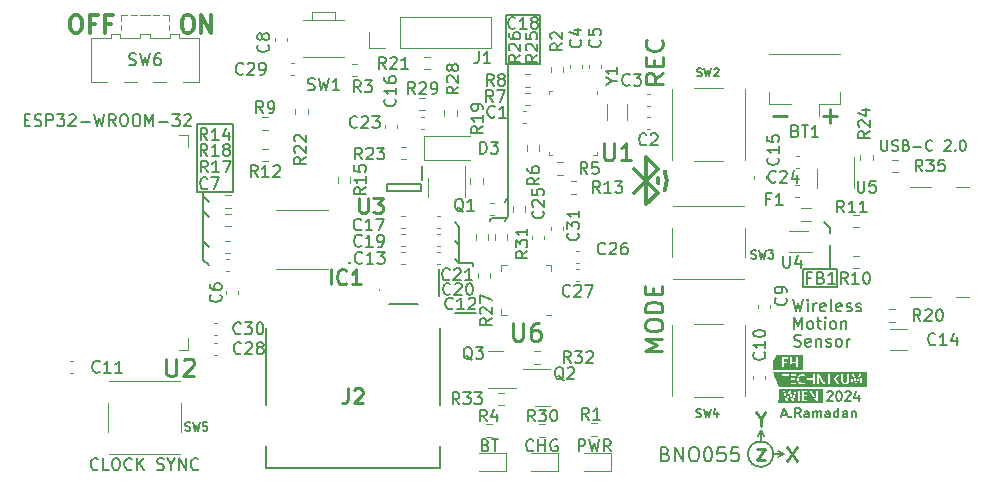
<source format=gbr>
G04 #@! TF.GenerationSoftware,KiCad,Pcbnew,(6.0.11)*
G04 #@! TF.CreationDate,2024-06-06T18:38:18+02:00*
G04 #@! TF.ProjectId,Wireless_Motion,57697265-6c65-4737-935f-4d6f74696f6e,rev?*
G04 #@! TF.SameCoordinates,Original*
G04 #@! TF.FileFunction,Legend,Top*
G04 #@! TF.FilePolarity,Positive*
%FSLAX45Y45*%
G04 Gerber Fmt 4.5, Leading zero omitted, Abs format (unit mm)*
G04 Created by KiCad (PCBNEW (6.0.11)) date 2024-06-06 18:38:18*
%MOMM*%
%LPD*%
G01*
G04 APERTURE LIST*
%ADD10C,0.150000*%
%ADD11C,0.300000*%
%ADD12C,0.250000*%
%ADD13C,0.200000*%
%ADD14C,0.170000*%
%ADD15C,0.254000*%
%ADD16C,0.120000*%
%ADD17C,0.100000*%
G04 APERTURE END LIST*
D10*
X13330500Y-7936051D02*
X13305500Y-7986051D01*
X8608000Y-5949000D02*
X8658000Y-5999000D01*
X13330500Y-7936051D02*
X13355500Y-7986051D01*
X11163000Y-6159000D02*
X11193000Y-6119000D01*
X13870500Y-6174000D02*
X13920500Y-6224000D01*
X10898000Y-6521500D02*
X10898000Y-6544000D01*
D11*
X12518000Y-5901500D02*
G75*
G03*
X12518000Y-5741500I-160000J80000D01*
G01*
X12358000Y-5621500D02*
X12358000Y-6021500D01*
X12463000Y-5846500D02*
G75*
G03*
X12463000Y-5796500I-105000J25000D01*
G01*
D10*
X8608000Y-6076500D02*
X8658000Y-6126500D01*
X13437889Y-8136500D02*
X13530500Y-8136500D01*
X10778000Y-6211500D02*
X10778000Y-6521500D01*
D11*
X12358000Y-5821500D02*
X12458000Y-5721500D01*
D10*
X13437889Y-8136500D02*
G75*
G03*
X13437889Y-8136500I-107389J0D01*
G01*
X8608000Y-6489000D02*
X8658000Y-6539000D01*
X11163000Y-6001500D02*
X11193000Y-5961500D01*
X8608000Y-6329000D02*
X8658000Y-6379000D01*
X13920500Y-6366500D02*
X13920500Y-6566500D01*
D11*
X12458000Y-5921500D02*
X12358000Y-6021500D01*
D10*
X11035500Y-6159000D02*
X11050500Y-6139000D01*
D11*
X12458000Y-5721500D02*
X12358000Y-5621500D01*
D10*
X13530500Y-8136500D02*
X13480500Y-8161500D01*
X11053000Y-6139000D02*
X11178000Y-6139000D01*
X10778000Y-6521500D02*
X10898000Y-6521500D01*
D11*
X12358000Y-5821500D02*
X12458000Y-5921500D01*
D10*
X8558000Y-5344000D02*
X8865500Y-5344000D01*
X8865500Y-5344000D02*
X8865500Y-5916500D01*
X8865500Y-5916500D02*
X8558000Y-5916500D01*
X8558000Y-5916500D02*
X8558000Y-5344000D01*
D11*
X12358000Y-5821500D02*
X12258000Y-5921500D01*
D10*
X13980500Y-6566500D02*
X13693000Y-6566500D01*
X13693000Y-6566500D02*
X13693000Y-6719000D01*
X13693000Y-6719000D02*
X13980500Y-6719000D01*
X13980500Y-6719000D02*
X13980500Y-6566500D01*
X10740500Y-6484000D02*
X10778000Y-6521500D01*
X11465500Y-4834000D02*
X11170500Y-4834000D01*
X11170500Y-4834000D02*
X11170500Y-4416500D01*
X11170500Y-4416500D02*
X11465500Y-4416500D01*
X11465500Y-4416500D02*
X11465500Y-4834000D01*
X11193000Y-4834000D02*
X11193000Y-6119000D01*
X10921750Y-6941500D02*
X10739250Y-6941500D01*
X13920500Y-6224000D02*
X13920500Y-6261500D01*
D11*
X12358000Y-5821500D02*
X12258000Y-5721500D01*
D10*
X8608000Y-6489000D02*
X8608000Y-5916500D01*
X13330500Y-8028662D02*
X13330500Y-7936051D01*
X13480500Y-8111500D02*
X13530500Y-8136500D01*
X10605500Y-6796500D02*
X10605500Y-6566500D01*
X10740500Y-6174000D02*
X10778000Y-6211500D01*
X10740500Y-6329000D02*
X10778000Y-6366500D01*
D12*
X13555400Y-8074143D02*
X13635400Y-8194143D01*
X13635400Y-8074143D02*
X13555400Y-8194143D01*
D13*
X7720143Y-8262214D02*
X7715381Y-8266976D01*
X7701095Y-8271738D01*
X7691571Y-8271738D01*
X7677286Y-8266976D01*
X7667762Y-8257452D01*
X7663000Y-8247928D01*
X7658238Y-8228881D01*
X7658238Y-8214595D01*
X7663000Y-8195548D01*
X7667762Y-8186024D01*
X7677286Y-8176500D01*
X7691571Y-8171738D01*
X7701095Y-8171738D01*
X7715381Y-8176500D01*
X7720143Y-8181262D01*
X7810619Y-8271738D02*
X7763000Y-8271738D01*
X7763000Y-8171738D01*
X7863000Y-8171738D02*
X7882048Y-8171738D01*
X7891571Y-8176500D01*
X7901095Y-8186024D01*
X7905857Y-8205071D01*
X7905857Y-8238405D01*
X7901095Y-8257452D01*
X7891571Y-8266976D01*
X7882048Y-8271738D01*
X7863000Y-8271738D01*
X7853476Y-8266976D01*
X7843952Y-8257452D01*
X7839190Y-8238405D01*
X7839190Y-8205071D01*
X7843952Y-8186024D01*
X7853476Y-8176500D01*
X7863000Y-8171738D01*
X8005857Y-8262214D02*
X8001095Y-8266976D01*
X7986809Y-8271738D01*
X7977286Y-8271738D01*
X7963000Y-8266976D01*
X7953476Y-8257452D01*
X7948714Y-8247928D01*
X7943952Y-8228881D01*
X7943952Y-8214595D01*
X7948714Y-8195548D01*
X7953476Y-8186024D01*
X7963000Y-8176500D01*
X7977286Y-8171738D01*
X7986809Y-8171738D01*
X8001095Y-8176500D01*
X8005857Y-8181262D01*
X8048714Y-8271738D02*
X8048714Y-8171738D01*
X8105857Y-8271738D02*
X8063000Y-8214595D01*
X8105857Y-8171738D02*
X8048714Y-8228881D01*
X8220143Y-8266976D02*
X8234428Y-8271738D01*
X8258238Y-8271738D01*
X8267762Y-8266976D01*
X8272524Y-8262214D01*
X8277286Y-8252690D01*
X8277286Y-8243167D01*
X8272524Y-8233643D01*
X8267762Y-8228881D01*
X8258238Y-8224119D01*
X8239190Y-8219357D01*
X8229667Y-8214595D01*
X8224905Y-8209833D01*
X8220143Y-8200309D01*
X8220143Y-8190786D01*
X8224905Y-8181262D01*
X8229667Y-8176500D01*
X8239190Y-8171738D01*
X8263000Y-8171738D01*
X8277286Y-8176500D01*
X8339190Y-8224119D02*
X8339190Y-8271738D01*
X8305857Y-8171738D02*
X8339190Y-8224119D01*
X8372524Y-8171738D01*
X8405857Y-8271738D02*
X8405857Y-8171738D01*
X8463000Y-8271738D01*
X8463000Y-8171738D01*
X8567762Y-8262214D02*
X8563000Y-8266976D01*
X8548714Y-8271738D01*
X8539190Y-8271738D01*
X8524905Y-8266976D01*
X8515381Y-8257452D01*
X8510619Y-8247928D01*
X8505857Y-8228881D01*
X8505857Y-8214595D01*
X8510619Y-8195548D01*
X8515381Y-8186024D01*
X8524905Y-8176500D01*
X8539190Y-8171738D01*
X8548714Y-8171738D01*
X8563000Y-8176500D01*
X8567762Y-8181262D01*
D10*
X14352286Y-5479714D02*
X14352286Y-5552571D01*
X14356571Y-5561143D01*
X14360857Y-5565429D01*
X14369428Y-5569714D01*
X14386571Y-5569714D01*
X14395143Y-5565429D01*
X14399428Y-5561143D01*
X14403714Y-5552571D01*
X14403714Y-5479714D01*
X14442286Y-5565429D02*
X14455143Y-5569714D01*
X14476571Y-5569714D01*
X14485143Y-5565429D01*
X14489428Y-5561143D01*
X14493714Y-5552571D01*
X14493714Y-5544000D01*
X14489428Y-5535429D01*
X14485143Y-5531143D01*
X14476571Y-5526857D01*
X14459428Y-5522571D01*
X14450857Y-5518286D01*
X14446571Y-5514000D01*
X14442286Y-5505429D01*
X14442286Y-5496857D01*
X14446571Y-5488286D01*
X14450857Y-5484000D01*
X14459428Y-5479714D01*
X14480857Y-5479714D01*
X14493714Y-5484000D01*
X14562286Y-5522571D02*
X14575143Y-5526857D01*
X14579428Y-5531143D01*
X14583714Y-5539714D01*
X14583714Y-5552571D01*
X14579428Y-5561143D01*
X14575143Y-5565429D01*
X14566571Y-5569714D01*
X14532286Y-5569714D01*
X14532286Y-5479714D01*
X14562286Y-5479714D01*
X14570857Y-5484000D01*
X14575143Y-5488286D01*
X14579428Y-5496857D01*
X14579428Y-5505429D01*
X14575143Y-5514000D01*
X14570857Y-5518286D01*
X14562286Y-5522571D01*
X14532286Y-5522571D01*
X14622286Y-5535429D02*
X14690857Y-5535429D01*
X14785143Y-5561143D02*
X14780857Y-5565429D01*
X14768000Y-5569714D01*
X14759428Y-5569714D01*
X14746571Y-5565429D01*
X14738000Y-5556857D01*
X14733714Y-5548286D01*
X14729428Y-5531143D01*
X14729428Y-5518286D01*
X14733714Y-5501143D01*
X14738000Y-5492571D01*
X14746571Y-5484000D01*
X14759428Y-5479714D01*
X14768000Y-5479714D01*
X14780857Y-5484000D01*
X14785143Y-5488286D01*
X14888000Y-5488286D02*
X14892286Y-5484000D01*
X14900857Y-5479714D01*
X14922286Y-5479714D01*
X14930857Y-5484000D01*
X14935143Y-5488286D01*
X14939428Y-5496857D01*
X14939428Y-5505429D01*
X14935143Y-5518286D01*
X14883714Y-5569714D01*
X14939428Y-5569714D01*
X14978000Y-5561143D02*
X14982286Y-5565429D01*
X14978000Y-5569714D01*
X14973714Y-5565429D01*
X14978000Y-5561143D01*
X14978000Y-5569714D01*
X15038000Y-5479714D02*
X15046571Y-5479714D01*
X15055143Y-5484000D01*
X15059428Y-5488286D01*
X15063714Y-5496857D01*
X15068000Y-5514000D01*
X15068000Y-5535429D01*
X15063714Y-5552571D01*
X15059428Y-5561143D01*
X15055143Y-5565429D01*
X15046571Y-5569714D01*
X15038000Y-5569714D01*
X15029428Y-5565429D01*
X15025143Y-5561143D01*
X15020857Y-5552571D01*
X15016571Y-5535429D01*
X15016571Y-5514000D01*
X15020857Y-5496857D01*
X15025143Y-5488286D01*
X15029428Y-5484000D01*
X15038000Y-5479714D01*
D13*
X13605024Y-6826738D02*
X13628833Y-6926738D01*
X13647881Y-6855309D01*
X13666928Y-6926738D01*
X13690738Y-6826738D01*
X13728833Y-6926738D02*
X13728833Y-6860071D01*
X13728833Y-6826738D02*
X13724071Y-6831500D01*
X13728833Y-6836262D01*
X13733595Y-6831500D01*
X13728833Y-6826738D01*
X13728833Y-6836262D01*
X13776452Y-6926738D02*
X13776452Y-6860071D01*
X13776452Y-6879119D02*
X13781214Y-6869595D01*
X13785976Y-6864833D01*
X13795500Y-6860071D01*
X13805024Y-6860071D01*
X13876452Y-6921976D02*
X13866928Y-6926738D01*
X13847881Y-6926738D01*
X13838357Y-6921976D01*
X13833595Y-6912452D01*
X13833595Y-6874357D01*
X13838357Y-6864833D01*
X13847881Y-6860071D01*
X13866928Y-6860071D01*
X13876452Y-6864833D01*
X13881214Y-6874357D01*
X13881214Y-6883881D01*
X13833595Y-6893405D01*
X13938357Y-6926738D02*
X13928833Y-6921976D01*
X13924071Y-6912452D01*
X13924071Y-6826738D01*
X14014548Y-6921976D02*
X14005024Y-6926738D01*
X13985976Y-6926738D01*
X13976452Y-6921976D01*
X13971690Y-6912452D01*
X13971690Y-6874357D01*
X13976452Y-6864833D01*
X13985976Y-6860071D01*
X14005024Y-6860071D01*
X14014548Y-6864833D01*
X14019309Y-6874357D01*
X14019309Y-6883881D01*
X13971690Y-6893405D01*
X14057405Y-6921976D02*
X14066928Y-6926738D01*
X14085976Y-6926738D01*
X14095500Y-6921976D01*
X14100262Y-6912452D01*
X14100262Y-6907690D01*
X14095500Y-6898167D01*
X14085976Y-6893405D01*
X14071690Y-6893405D01*
X14062167Y-6888643D01*
X14057405Y-6879119D01*
X14057405Y-6874357D01*
X14062167Y-6864833D01*
X14071690Y-6860071D01*
X14085976Y-6860071D01*
X14095500Y-6864833D01*
X14138357Y-6921976D02*
X14147881Y-6926738D01*
X14166928Y-6926738D01*
X14176452Y-6921976D01*
X14181214Y-6912452D01*
X14181214Y-6907690D01*
X14176452Y-6898167D01*
X14166928Y-6893405D01*
X14152643Y-6893405D01*
X14143119Y-6888643D01*
X14138357Y-6879119D01*
X14138357Y-6874357D01*
X14143119Y-6864833D01*
X14152643Y-6860071D01*
X14166928Y-6860071D01*
X14176452Y-6864833D01*
D14*
X11406571Y-8102214D02*
X11401809Y-8106976D01*
X11387524Y-8111738D01*
X11378000Y-8111738D01*
X11363714Y-8106976D01*
X11354190Y-8097452D01*
X11349428Y-8087928D01*
X11344667Y-8068881D01*
X11344667Y-8054595D01*
X11349428Y-8035548D01*
X11354190Y-8026024D01*
X11363714Y-8016500D01*
X11378000Y-8011738D01*
X11387524Y-8011738D01*
X11401809Y-8016500D01*
X11406571Y-8021262D01*
X11449428Y-8111738D02*
X11449428Y-8011738D01*
X11449428Y-8059357D02*
X11506571Y-8059357D01*
X11506571Y-8111738D02*
X11506571Y-8011738D01*
X11606571Y-8016500D02*
X11597048Y-8011738D01*
X11582762Y-8011738D01*
X11568476Y-8016500D01*
X11558952Y-8026024D01*
X11554190Y-8035548D01*
X11549428Y-8054595D01*
X11549428Y-8068881D01*
X11554190Y-8087928D01*
X11558952Y-8097452D01*
X11568476Y-8106976D01*
X11582762Y-8111738D01*
X11592286Y-8111738D01*
X11606571Y-8106976D01*
X11611333Y-8102214D01*
X11611333Y-8068881D01*
X11592286Y-8068881D01*
D10*
X7098119Y-5306857D02*
X7131452Y-5306857D01*
X7145738Y-5359238D02*
X7098119Y-5359238D01*
X7098119Y-5259238D01*
X7145738Y-5259238D01*
X7183833Y-5354476D02*
X7198119Y-5359238D01*
X7221928Y-5359238D01*
X7231452Y-5354476D01*
X7236214Y-5349714D01*
X7240976Y-5340190D01*
X7240976Y-5330667D01*
X7236214Y-5321143D01*
X7231452Y-5316381D01*
X7221928Y-5311619D01*
X7202881Y-5306857D01*
X7193357Y-5302095D01*
X7188595Y-5297333D01*
X7183833Y-5287810D01*
X7183833Y-5278286D01*
X7188595Y-5268762D01*
X7193357Y-5264000D01*
X7202881Y-5259238D01*
X7226690Y-5259238D01*
X7240976Y-5264000D01*
X7283833Y-5359238D02*
X7283833Y-5259238D01*
X7321928Y-5259238D01*
X7331452Y-5264000D01*
X7336214Y-5268762D01*
X7340976Y-5278286D01*
X7340976Y-5292571D01*
X7336214Y-5302095D01*
X7331452Y-5306857D01*
X7321928Y-5311619D01*
X7283833Y-5311619D01*
X7374309Y-5259238D02*
X7436214Y-5259238D01*
X7402881Y-5297333D01*
X7417167Y-5297333D01*
X7426690Y-5302095D01*
X7431452Y-5306857D01*
X7436214Y-5316381D01*
X7436214Y-5340190D01*
X7431452Y-5349714D01*
X7426690Y-5354476D01*
X7417167Y-5359238D01*
X7388595Y-5359238D01*
X7379071Y-5354476D01*
X7374309Y-5349714D01*
X7474309Y-5268762D02*
X7479071Y-5264000D01*
X7488595Y-5259238D01*
X7512405Y-5259238D01*
X7521928Y-5264000D01*
X7526690Y-5268762D01*
X7531452Y-5278286D01*
X7531452Y-5287810D01*
X7526690Y-5302095D01*
X7469548Y-5359238D01*
X7531452Y-5359238D01*
X7574309Y-5321143D02*
X7650500Y-5321143D01*
X7688595Y-5259238D02*
X7712405Y-5359238D01*
X7731452Y-5287810D01*
X7750500Y-5359238D01*
X7774309Y-5259238D01*
X7869548Y-5359238D02*
X7836214Y-5311619D01*
X7812405Y-5359238D02*
X7812405Y-5259238D01*
X7850500Y-5259238D01*
X7860024Y-5264000D01*
X7864786Y-5268762D01*
X7869548Y-5278286D01*
X7869548Y-5292571D01*
X7864786Y-5302095D01*
X7860024Y-5306857D01*
X7850500Y-5311619D01*
X7812405Y-5311619D01*
X7931452Y-5259238D02*
X7950500Y-5259238D01*
X7960024Y-5264000D01*
X7969548Y-5273524D01*
X7974309Y-5292571D01*
X7974309Y-5325905D01*
X7969548Y-5344952D01*
X7960024Y-5354476D01*
X7950500Y-5359238D01*
X7931452Y-5359238D01*
X7921928Y-5354476D01*
X7912405Y-5344952D01*
X7907643Y-5325905D01*
X7907643Y-5292571D01*
X7912405Y-5273524D01*
X7921928Y-5264000D01*
X7931452Y-5259238D01*
X8036214Y-5259238D02*
X8055262Y-5259238D01*
X8064786Y-5264000D01*
X8074309Y-5273524D01*
X8079071Y-5292571D01*
X8079071Y-5325905D01*
X8074309Y-5344952D01*
X8064786Y-5354476D01*
X8055262Y-5359238D01*
X8036214Y-5359238D01*
X8026690Y-5354476D01*
X8017167Y-5344952D01*
X8012405Y-5325905D01*
X8012405Y-5292571D01*
X8017167Y-5273524D01*
X8026690Y-5264000D01*
X8036214Y-5259238D01*
X8121928Y-5359238D02*
X8121928Y-5259238D01*
X8155262Y-5330667D01*
X8188595Y-5259238D01*
X8188595Y-5359238D01*
X8236214Y-5321143D02*
X8312405Y-5321143D01*
X8350500Y-5259238D02*
X8412405Y-5259238D01*
X8379071Y-5297333D01*
X8393357Y-5297333D01*
X8402881Y-5302095D01*
X8407643Y-5306857D01*
X8412405Y-5316381D01*
X8412405Y-5340190D01*
X8407643Y-5349714D01*
X8402881Y-5354476D01*
X8393357Y-5359238D01*
X8364786Y-5359238D01*
X8355262Y-5354476D01*
X8350500Y-5349714D01*
X8450500Y-5268762D02*
X8455262Y-5264000D01*
X8464786Y-5259238D01*
X8488595Y-5259238D01*
X8498119Y-5264000D01*
X8502881Y-5268762D01*
X8507643Y-5278286D01*
X8507643Y-5287810D01*
X8502881Y-5302095D01*
X8445738Y-5359238D01*
X8507643Y-5359238D01*
D13*
X12524428Y-8135428D02*
X12541571Y-8141143D01*
X12547286Y-8146857D01*
X12553000Y-8158286D01*
X12553000Y-8175428D01*
X12547286Y-8186857D01*
X12541571Y-8192571D01*
X12530143Y-8198286D01*
X12484428Y-8198286D01*
X12484428Y-8078286D01*
X12524428Y-8078286D01*
X12535857Y-8084000D01*
X12541571Y-8089714D01*
X12547286Y-8101143D01*
X12547286Y-8112571D01*
X12541571Y-8124000D01*
X12535857Y-8129714D01*
X12524428Y-8135428D01*
X12484428Y-8135428D01*
X12604428Y-8198286D02*
X12604428Y-8078286D01*
X12673000Y-8198286D01*
X12673000Y-8078286D01*
X12753000Y-8078286D02*
X12775857Y-8078286D01*
X12787286Y-8084000D01*
X12798714Y-8095428D01*
X12804428Y-8118286D01*
X12804428Y-8158286D01*
X12798714Y-8181143D01*
X12787286Y-8192571D01*
X12775857Y-8198286D01*
X12753000Y-8198286D01*
X12741571Y-8192571D01*
X12730143Y-8181143D01*
X12724428Y-8158286D01*
X12724428Y-8118286D01*
X12730143Y-8095428D01*
X12741571Y-8084000D01*
X12753000Y-8078286D01*
X12878714Y-8078286D02*
X12890143Y-8078286D01*
X12901571Y-8084000D01*
X12907286Y-8089714D01*
X12913000Y-8101143D01*
X12918714Y-8124000D01*
X12918714Y-8152571D01*
X12913000Y-8175428D01*
X12907286Y-8186857D01*
X12901571Y-8192571D01*
X12890143Y-8198286D01*
X12878714Y-8198286D01*
X12867286Y-8192571D01*
X12861571Y-8186857D01*
X12855857Y-8175428D01*
X12850143Y-8152571D01*
X12850143Y-8124000D01*
X12855857Y-8101143D01*
X12861571Y-8089714D01*
X12867286Y-8084000D01*
X12878714Y-8078286D01*
X13027286Y-8078286D02*
X12970143Y-8078286D01*
X12964428Y-8135428D01*
X12970143Y-8129714D01*
X12981571Y-8124000D01*
X13010143Y-8124000D01*
X13021571Y-8129714D01*
X13027286Y-8135428D01*
X13033000Y-8146857D01*
X13033000Y-8175428D01*
X13027286Y-8186857D01*
X13021571Y-8192571D01*
X13010143Y-8198286D01*
X12981571Y-8198286D01*
X12970143Y-8192571D01*
X12964428Y-8186857D01*
X13141571Y-8078286D02*
X13084428Y-8078286D01*
X13078714Y-8135428D01*
X13084428Y-8129714D01*
X13095857Y-8124000D01*
X13124428Y-8124000D01*
X13135857Y-8129714D01*
X13141571Y-8135428D01*
X13147286Y-8146857D01*
X13147286Y-8175428D01*
X13141571Y-8186857D01*
X13135857Y-8192571D01*
X13124428Y-8198286D01*
X13095857Y-8198286D01*
X13084428Y-8192571D01*
X13078714Y-8186857D01*
D12*
X13330400Y-7842000D02*
X13330400Y-7899143D01*
X13290400Y-7779143D02*
X13330400Y-7842000D01*
X13370400Y-7779143D01*
D11*
X7520143Y-4419357D02*
X7548714Y-4419357D01*
X7563000Y-4426500D01*
X7577286Y-4440786D01*
X7584428Y-4469357D01*
X7584428Y-4519357D01*
X7577286Y-4547929D01*
X7563000Y-4562214D01*
X7548714Y-4569357D01*
X7520143Y-4569357D01*
X7505857Y-4562214D01*
X7491571Y-4547929D01*
X7484428Y-4519357D01*
X7484428Y-4469357D01*
X7491571Y-4440786D01*
X7505857Y-4426500D01*
X7520143Y-4419357D01*
X7698714Y-4490786D02*
X7648714Y-4490786D01*
X7648714Y-4569357D02*
X7648714Y-4419357D01*
X7720143Y-4419357D01*
X7827286Y-4490786D02*
X7777286Y-4490786D01*
X7777286Y-4569357D02*
X7777286Y-4419357D01*
X7848714Y-4419357D01*
D12*
X12498357Y-7260428D02*
X12348357Y-7260428D01*
X12455500Y-7210428D01*
X12348357Y-7160428D01*
X12498357Y-7160428D01*
X12348357Y-7060428D02*
X12348357Y-7031857D01*
X12355500Y-7017571D01*
X12369786Y-7003286D01*
X12398357Y-6996143D01*
X12448357Y-6996143D01*
X12476928Y-7003286D01*
X12491214Y-7017571D01*
X12498357Y-7031857D01*
X12498357Y-7060428D01*
X12491214Y-7074714D01*
X12476928Y-7089000D01*
X12448357Y-7096143D01*
X12398357Y-7096143D01*
X12369786Y-7089000D01*
X12355500Y-7074714D01*
X12348357Y-7060428D01*
X12498357Y-6931857D02*
X12348357Y-6931857D01*
X12348357Y-6896143D01*
X12355500Y-6874714D01*
X12369786Y-6860428D01*
X12384071Y-6853286D01*
X12412643Y-6846143D01*
X12434071Y-6846143D01*
X12462643Y-6853286D01*
X12476928Y-6860428D01*
X12491214Y-6874714D01*
X12498357Y-6896143D01*
X12498357Y-6931857D01*
X12419786Y-6781857D02*
X12419786Y-6731857D01*
X12498357Y-6710428D02*
X12498357Y-6781857D01*
X12348357Y-6781857D01*
X12348357Y-6710428D01*
D13*
X13614071Y-7076738D02*
X13614071Y-6976738D01*
X13647405Y-7048167D01*
X13680738Y-6976738D01*
X13680738Y-7076738D01*
X13742643Y-7076738D02*
X13733119Y-7071976D01*
X13728357Y-7067214D01*
X13723595Y-7057690D01*
X13723595Y-7029119D01*
X13728357Y-7019595D01*
X13733119Y-7014833D01*
X13742643Y-7010071D01*
X13756928Y-7010071D01*
X13766452Y-7014833D01*
X13771214Y-7019595D01*
X13775976Y-7029119D01*
X13775976Y-7057690D01*
X13771214Y-7067214D01*
X13766452Y-7071976D01*
X13756928Y-7076738D01*
X13742643Y-7076738D01*
X13804548Y-7010071D02*
X13842643Y-7010071D01*
X13818833Y-6976738D02*
X13818833Y-7062452D01*
X13823595Y-7071976D01*
X13833119Y-7076738D01*
X13842643Y-7076738D01*
X13875976Y-7076738D02*
X13875976Y-7010071D01*
X13875976Y-6976738D02*
X13871214Y-6981500D01*
X13875976Y-6986262D01*
X13880738Y-6981500D01*
X13875976Y-6976738D01*
X13875976Y-6986262D01*
X13937881Y-7076738D02*
X13928357Y-7071976D01*
X13923595Y-7067214D01*
X13918833Y-7057690D01*
X13918833Y-7029119D01*
X13923595Y-7019595D01*
X13928357Y-7014833D01*
X13937881Y-7010071D01*
X13952167Y-7010071D01*
X13961690Y-7014833D01*
X13966452Y-7019595D01*
X13971214Y-7029119D01*
X13971214Y-7057690D01*
X13966452Y-7067214D01*
X13961690Y-7071976D01*
X13952167Y-7076738D01*
X13937881Y-7076738D01*
X14014071Y-7010071D02*
X14014071Y-7076738D01*
X14014071Y-7019595D02*
X14018833Y-7014833D01*
X14028357Y-7010071D01*
X14042643Y-7010071D01*
X14052167Y-7014833D01*
X14056928Y-7024357D01*
X14056928Y-7076738D01*
D14*
X11000589Y-8059350D02*
X11014875Y-8064112D01*
X11019637Y-8068874D01*
X11024399Y-8078398D01*
X11024399Y-8092683D01*
X11019637Y-8102207D01*
X11014875Y-8106969D01*
X11005351Y-8111731D01*
X10967256Y-8111731D01*
X10967256Y-8011731D01*
X11000589Y-8011731D01*
X11010113Y-8016493D01*
X11014875Y-8021255D01*
X11019637Y-8030779D01*
X11019637Y-8040302D01*
X11014875Y-8049826D01*
X11010113Y-8054588D01*
X11000589Y-8059350D01*
X10967256Y-8059350D01*
X11052970Y-8011731D02*
X11110113Y-8011731D01*
X11081542Y-8111731D02*
X11081542Y-8011731D01*
D13*
X13614667Y-7221976D02*
X13628952Y-7226738D01*
X13652762Y-7226738D01*
X13662286Y-7221976D01*
X13667048Y-7217214D01*
X13671809Y-7207690D01*
X13671809Y-7198167D01*
X13667048Y-7188643D01*
X13662286Y-7183881D01*
X13652762Y-7179119D01*
X13633714Y-7174357D01*
X13624190Y-7169595D01*
X13619428Y-7164833D01*
X13614667Y-7155309D01*
X13614667Y-7145786D01*
X13619428Y-7136262D01*
X13624190Y-7131500D01*
X13633714Y-7126738D01*
X13657524Y-7126738D01*
X13671809Y-7131500D01*
X13752762Y-7221976D02*
X13743238Y-7226738D01*
X13724190Y-7226738D01*
X13714667Y-7221976D01*
X13709905Y-7212452D01*
X13709905Y-7174357D01*
X13714667Y-7164833D01*
X13724190Y-7160071D01*
X13743238Y-7160071D01*
X13752762Y-7164833D01*
X13757524Y-7174357D01*
X13757524Y-7183881D01*
X13709905Y-7193405D01*
X13800381Y-7160071D02*
X13800381Y-7226738D01*
X13800381Y-7169595D02*
X13805143Y-7164833D01*
X13814667Y-7160071D01*
X13828952Y-7160071D01*
X13838476Y-7164833D01*
X13843238Y-7174357D01*
X13843238Y-7226738D01*
X13886095Y-7221976D02*
X13895619Y-7226738D01*
X13914667Y-7226738D01*
X13924190Y-7221976D01*
X13928952Y-7212452D01*
X13928952Y-7207690D01*
X13924190Y-7198167D01*
X13914667Y-7193405D01*
X13900381Y-7193405D01*
X13890857Y-7188643D01*
X13886095Y-7179119D01*
X13886095Y-7174357D01*
X13890857Y-7164833D01*
X13900381Y-7160071D01*
X13914667Y-7160071D01*
X13924190Y-7164833D01*
X13986095Y-7226738D02*
X13976571Y-7221976D01*
X13971809Y-7217214D01*
X13967048Y-7207690D01*
X13967048Y-7179119D01*
X13971809Y-7169595D01*
X13976571Y-7164833D01*
X13986095Y-7160071D01*
X14000381Y-7160071D01*
X14009905Y-7164833D01*
X14014667Y-7169595D01*
X14019428Y-7179119D01*
X14019428Y-7207690D01*
X14014667Y-7217214D01*
X14009905Y-7221976D01*
X14000381Y-7226738D01*
X13986095Y-7226738D01*
X14062286Y-7226738D02*
X14062286Y-7160071D01*
X14062286Y-7179119D02*
X14067048Y-7169595D01*
X14071809Y-7164833D01*
X14081333Y-7160071D01*
X14090857Y-7160071D01*
D14*
X11789667Y-8111738D02*
X11789667Y-8011738D01*
X11827762Y-8011738D01*
X11837286Y-8016500D01*
X11842048Y-8021262D01*
X11846809Y-8030786D01*
X11846809Y-8045071D01*
X11842048Y-8054595D01*
X11837286Y-8059357D01*
X11827762Y-8064119D01*
X11789667Y-8064119D01*
X11880143Y-8011738D02*
X11903952Y-8111738D01*
X11923000Y-8040309D01*
X11942048Y-8111738D01*
X11965857Y-8011738D01*
X12061095Y-8111738D02*
X12027762Y-8064119D01*
X12003952Y-8111738D02*
X12003952Y-8011738D01*
X12042048Y-8011738D01*
X12051571Y-8016500D01*
X12056333Y-8021262D01*
X12061095Y-8030786D01*
X12061095Y-8045071D01*
X12056333Y-8054595D01*
X12051571Y-8059357D01*
X12042048Y-8064119D01*
X12003952Y-8064119D01*
D12*
X12505857Y-4912929D02*
X12434428Y-4962929D01*
X12505857Y-4998643D02*
X12355857Y-4998643D01*
X12355857Y-4941500D01*
X12363000Y-4927214D01*
X12370143Y-4920071D01*
X12384428Y-4912929D01*
X12405857Y-4912929D01*
X12420143Y-4920071D01*
X12427286Y-4927214D01*
X12434428Y-4941500D01*
X12434428Y-4998643D01*
X12427286Y-4848643D02*
X12427286Y-4798643D01*
X12505857Y-4777214D02*
X12505857Y-4848643D01*
X12355857Y-4848643D01*
X12355857Y-4777214D01*
X12491571Y-4627214D02*
X12498714Y-4634357D01*
X12505857Y-4655786D01*
X12505857Y-4670071D01*
X12498714Y-4691500D01*
X12484428Y-4705786D01*
X12470143Y-4712929D01*
X12441571Y-4720071D01*
X12420143Y-4720071D01*
X12391571Y-4712929D01*
X12377286Y-4705786D01*
X12363000Y-4691500D01*
X12355857Y-4670071D01*
X12355857Y-4655786D01*
X12363000Y-4634357D01*
X12370143Y-4627214D01*
D11*
X8465143Y-4419357D02*
X8493714Y-4419357D01*
X8508000Y-4426500D01*
X8522286Y-4440786D01*
X8529429Y-4469357D01*
X8529429Y-4519357D01*
X8522286Y-4547929D01*
X8508000Y-4562214D01*
X8493714Y-4569357D01*
X8465143Y-4569357D01*
X8450857Y-4562214D01*
X8436571Y-4547929D01*
X8429429Y-4519357D01*
X8429429Y-4469357D01*
X8436571Y-4440786D01*
X8450857Y-4426500D01*
X8465143Y-4419357D01*
X8593714Y-4569357D02*
X8593714Y-4419357D01*
X8679429Y-4569357D01*
X8679429Y-4419357D01*
D12*
X13297167Y-8088923D02*
X13363833Y-8088923D01*
X13297167Y-8188923D01*
X13363833Y-8188923D01*
D10*
X13893357Y-7612809D02*
X13897167Y-7609000D01*
X13904786Y-7605190D01*
X13923833Y-7605190D01*
X13931452Y-7609000D01*
X13935262Y-7612809D01*
X13939071Y-7620428D01*
X13939071Y-7628048D01*
X13935262Y-7639476D01*
X13889548Y-7685190D01*
X13939071Y-7685190D01*
X13988595Y-7605190D02*
X13996214Y-7605190D01*
X14003833Y-7609000D01*
X14007643Y-7612809D01*
X14011452Y-7620428D01*
X14015262Y-7635667D01*
X14015262Y-7654714D01*
X14011452Y-7669952D01*
X14007643Y-7677571D01*
X14003833Y-7681381D01*
X13996214Y-7685190D01*
X13988595Y-7685190D01*
X13980976Y-7681381D01*
X13977167Y-7677571D01*
X13973357Y-7669952D01*
X13969548Y-7654714D01*
X13969548Y-7635667D01*
X13973357Y-7620428D01*
X13977167Y-7612809D01*
X13980976Y-7609000D01*
X13988595Y-7605190D01*
X14045738Y-7612809D02*
X14049548Y-7609000D01*
X14057167Y-7605190D01*
X14076214Y-7605190D01*
X14083833Y-7609000D01*
X14087643Y-7612809D01*
X14091452Y-7620428D01*
X14091452Y-7628048D01*
X14087643Y-7639476D01*
X14041928Y-7685190D01*
X14091452Y-7685190D01*
X14160024Y-7631857D02*
X14160024Y-7685190D01*
X14140976Y-7601381D02*
X14121928Y-7658524D01*
X14171452Y-7658524D01*
D12*
X13860857Y-5272214D02*
X13975143Y-5272214D01*
X13918000Y-5329357D02*
X13918000Y-5215071D01*
D10*
X13513119Y-7802333D02*
X13551214Y-7802333D01*
X13505500Y-7825190D02*
X13532167Y-7745190D01*
X13558833Y-7825190D01*
X13585500Y-7817571D02*
X13589309Y-7821381D01*
X13585500Y-7825190D01*
X13581690Y-7821381D01*
X13585500Y-7817571D01*
X13585500Y-7825190D01*
X13669309Y-7825190D02*
X13642643Y-7787095D01*
X13623595Y-7825190D02*
X13623595Y-7745190D01*
X13654071Y-7745190D01*
X13661690Y-7749000D01*
X13665500Y-7752809D01*
X13669309Y-7760428D01*
X13669309Y-7771857D01*
X13665500Y-7779476D01*
X13661690Y-7783286D01*
X13654071Y-7787095D01*
X13623595Y-7787095D01*
X13737881Y-7825190D02*
X13737881Y-7783286D01*
X13734071Y-7775667D01*
X13726452Y-7771857D01*
X13711214Y-7771857D01*
X13703595Y-7775667D01*
X13737881Y-7821381D02*
X13730262Y-7825190D01*
X13711214Y-7825190D01*
X13703595Y-7821381D01*
X13699786Y-7813762D01*
X13699786Y-7806143D01*
X13703595Y-7798524D01*
X13711214Y-7794714D01*
X13730262Y-7794714D01*
X13737881Y-7790905D01*
X13775976Y-7825190D02*
X13775976Y-7771857D01*
X13775976Y-7779476D02*
X13779786Y-7775667D01*
X13787405Y-7771857D01*
X13798833Y-7771857D01*
X13806452Y-7775667D01*
X13810262Y-7783286D01*
X13810262Y-7825190D01*
X13810262Y-7783286D02*
X13814071Y-7775667D01*
X13821690Y-7771857D01*
X13833119Y-7771857D01*
X13840738Y-7775667D01*
X13844548Y-7783286D01*
X13844548Y-7825190D01*
X13916928Y-7825190D02*
X13916928Y-7783286D01*
X13913119Y-7775667D01*
X13905500Y-7771857D01*
X13890262Y-7771857D01*
X13882643Y-7775667D01*
X13916928Y-7821381D02*
X13909309Y-7825190D01*
X13890262Y-7825190D01*
X13882643Y-7821381D01*
X13878833Y-7813762D01*
X13878833Y-7806143D01*
X13882643Y-7798524D01*
X13890262Y-7794714D01*
X13909309Y-7794714D01*
X13916928Y-7790905D01*
X13989309Y-7825190D02*
X13989309Y-7745190D01*
X13989309Y-7821381D02*
X13981690Y-7825190D01*
X13966452Y-7825190D01*
X13958833Y-7821381D01*
X13955024Y-7817571D01*
X13951214Y-7809952D01*
X13951214Y-7787095D01*
X13955024Y-7779476D01*
X13958833Y-7775667D01*
X13966452Y-7771857D01*
X13981690Y-7771857D01*
X13989309Y-7775667D01*
X14061690Y-7825190D02*
X14061690Y-7783286D01*
X14057881Y-7775667D01*
X14050262Y-7771857D01*
X14035024Y-7771857D01*
X14027405Y-7775667D01*
X14061690Y-7821381D02*
X14054071Y-7825190D01*
X14035024Y-7825190D01*
X14027405Y-7821381D01*
X14023595Y-7813762D01*
X14023595Y-7806143D01*
X14027405Y-7798524D01*
X14035024Y-7794714D01*
X14054071Y-7794714D01*
X14061690Y-7790905D01*
X14099786Y-7771857D02*
X14099786Y-7825190D01*
X14099786Y-7779476D02*
X14103595Y-7775667D01*
X14111214Y-7771857D01*
X14122643Y-7771857D01*
X14130262Y-7775667D01*
X14134071Y-7783286D01*
X14134071Y-7825190D01*
D12*
X13435857Y-5272214D02*
X13550143Y-5272214D01*
D10*
X11803714Y-4628167D02*
X11808476Y-4632929D01*
X11813238Y-4647214D01*
X11813238Y-4656738D01*
X11808476Y-4671024D01*
X11798952Y-4680548D01*
X11789428Y-4685310D01*
X11770381Y-4690071D01*
X11756095Y-4690071D01*
X11737048Y-4685310D01*
X11727524Y-4680548D01*
X11718000Y-4671024D01*
X11713238Y-4656738D01*
X11713238Y-4647214D01*
X11718000Y-4632929D01*
X11722762Y-4628167D01*
X11746571Y-4542452D02*
X11813238Y-4542452D01*
X11708476Y-4566262D02*
X11779905Y-4590071D01*
X11779905Y-4528167D01*
X11486214Y-6078286D02*
X11490976Y-6083048D01*
X11495738Y-6097333D01*
X11495738Y-6106857D01*
X11490976Y-6121143D01*
X11481452Y-6130667D01*
X11471928Y-6135428D01*
X11452881Y-6140190D01*
X11438595Y-6140190D01*
X11419548Y-6135428D01*
X11410024Y-6130667D01*
X11400500Y-6121143D01*
X11395738Y-6106857D01*
X11395738Y-6097333D01*
X11400500Y-6083048D01*
X11405262Y-6078286D01*
X11405262Y-6040190D02*
X11400500Y-6035428D01*
X11395738Y-6025905D01*
X11395738Y-6002095D01*
X11400500Y-5992571D01*
X11405262Y-5987809D01*
X11414786Y-5983048D01*
X11424309Y-5983048D01*
X11438595Y-5987809D01*
X11495738Y-6044952D01*
X11495738Y-5983048D01*
X11395738Y-5892571D02*
X11395738Y-5940190D01*
X11443357Y-5944952D01*
X11438595Y-5940190D01*
X11433833Y-5930667D01*
X11433833Y-5906857D01*
X11438595Y-5897333D01*
X11443357Y-5892571D01*
X11452881Y-5887809D01*
X11476690Y-5887809D01*
X11486214Y-5892571D01*
X11490976Y-5897333D01*
X11495738Y-5906857D01*
X11495738Y-5930667D01*
X11490976Y-5940190D01*
X11486214Y-5944952D01*
X11253714Y-4527214D02*
X11248952Y-4531976D01*
X11234667Y-4536738D01*
X11225143Y-4536738D01*
X11210857Y-4531976D01*
X11201333Y-4522452D01*
X11196571Y-4512929D01*
X11191809Y-4493881D01*
X11191809Y-4479595D01*
X11196571Y-4460548D01*
X11201333Y-4451024D01*
X11210857Y-4441500D01*
X11225143Y-4436738D01*
X11234667Y-4436738D01*
X11248952Y-4441500D01*
X11253714Y-4446262D01*
X11348952Y-4536738D02*
X11291809Y-4536738D01*
X11320381Y-4536738D02*
X11320381Y-4436738D01*
X11310857Y-4451024D01*
X11301333Y-4460548D01*
X11291809Y-4465310D01*
X11406095Y-4479595D02*
X11396571Y-4474833D01*
X11391809Y-4470071D01*
X11387048Y-4460548D01*
X11387048Y-4455786D01*
X11391809Y-4446262D01*
X11396571Y-4441500D01*
X11406095Y-4436738D01*
X11425143Y-4436738D01*
X11434667Y-4441500D01*
X11439428Y-4446262D01*
X11444190Y-4455786D01*
X11444190Y-4460548D01*
X11439428Y-4470071D01*
X11434667Y-4474833D01*
X11425143Y-4479595D01*
X11406095Y-4479595D01*
X11396571Y-4484357D01*
X11391809Y-4489119D01*
X11387048Y-4498643D01*
X11387048Y-4517690D01*
X11391809Y-4527214D01*
X11396571Y-4531976D01*
X11406095Y-4536738D01*
X11425143Y-4536738D01*
X11434667Y-4531976D01*
X11439428Y-4527214D01*
X11444190Y-4517690D01*
X11444190Y-4498643D01*
X11439428Y-4489119D01*
X11434667Y-4484357D01*
X11425143Y-4479595D01*
X11356217Y-6417697D02*
X11308598Y-6451031D01*
X11356217Y-6474840D02*
X11256217Y-6474840D01*
X11256217Y-6436745D01*
X11260979Y-6427221D01*
X11265740Y-6422459D01*
X11275264Y-6417697D01*
X11289550Y-6417697D01*
X11299074Y-6422459D01*
X11303836Y-6427221D01*
X11308598Y-6436745D01*
X11308598Y-6474840D01*
X11256217Y-6384364D02*
X11256217Y-6322459D01*
X11294312Y-6355793D01*
X11294312Y-6341507D01*
X11299074Y-6331983D01*
X11303836Y-6327221D01*
X11313359Y-6322459D01*
X11337169Y-6322459D01*
X11346693Y-6327221D01*
X11351455Y-6331983D01*
X11356217Y-6341507D01*
X11356217Y-6370078D01*
X11351455Y-6379602D01*
X11346693Y-6384364D01*
X11356217Y-6227221D02*
X11356217Y-6284364D01*
X11356217Y-6255793D02*
X11256217Y-6255793D01*
X11270502Y-6265316D01*
X11280026Y-6274840D01*
X11284788Y-6284364D01*
X14808714Y-7204214D02*
X14803952Y-7208976D01*
X14789667Y-7213738D01*
X14780143Y-7213738D01*
X14765857Y-7208976D01*
X14756333Y-7199452D01*
X14751571Y-7189928D01*
X14746809Y-7170881D01*
X14746809Y-7156595D01*
X14751571Y-7137548D01*
X14756333Y-7128024D01*
X14765857Y-7118500D01*
X14780143Y-7113738D01*
X14789667Y-7113738D01*
X14803952Y-7118500D01*
X14808714Y-7123262D01*
X14903952Y-7213738D02*
X14846809Y-7213738D01*
X14875381Y-7213738D02*
X14875381Y-7113738D01*
X14865857Y-7128024D01*
X14856333Y-7137548D01*
X14846809Y-7142309D01*
X14989667Y-7147071D02*
X14989667Y-7213738D01*
X14965857Y-7108976D02*
X14942048Y-7180405D01*
X15003952Y-7180405D01*
X11721214Y-7364238D02*
X11687881Y-7316619D01*
X11664071Y-7364238D02*
X11664071Y-7264238D01*
X11702167Y-7264238D01*
X11711690Y-7269000D01*
X11716452Y-7273762D01*
X11721214Y-7283286D01*
X11721214Y-7297571D01*
X11716452Y-7307095D01*
X11711690Y-7311857D01*
X11702167Y-7316619D01*
X11664071Y-7316619D01*
X11754548Y-7264238D02*
X11816452Y-7264238D01*
X11783119Y-7302333D01*
X11797405Y-7302333D01*
X11806928Y-7307095D01*
X11811690Y-7311857D01*
X11816452Y-7321381D01*
X11816452Y-7345190D01*
X11811690Y-7354714D01*
X11806928Y-7359476D01*
X11797405Y-7364238D01*
X11768833Y-7364238D01*
X11759309Y-7359476D01*
X11754548Y-7354714D01*
X11854548Y-7273762D02*
X11859309Y-7269000D01*
X11868833Y-7264238D01*
X11892643Y-7264238D01*
X11902167Y-7269000D01*
X11906928Y-7273762D01*
X11911690Y-7283286D01*
X11911690Y-7292809D01*
X11906928Y-7307095D01*
X11849786Y-7364238D01*
X11911690Y-7364238D01*
X8948714Y-4914214D02*
X8943952Y-4918976D01*
X8929667Y-4923738D01*
X8920143Y-4923738D01*
X8905857Y-4918976D01*
X8896333Y-4909452D01*
X8891571Y-4899929D01*
X8886810Y-4880881D01*
X8886810Y-4866595D01*
X8891571Y-4847548D01*
X8896333Y-4838024D01*
X8905857Y-4828500D01*
X8920143Y-4823738D01*
X8929667Y-4823738D01*
X8943952Y-4828500D01*
X8948714Y-4833262D01*
X8986810Y-4833262D02*
X8991571Y-4828500D01*
X9001095Y-4823738D01*
X9024905Y-4823738D01*
X9034429Y-4828500D01*
X9039190Y-4833262D01*
X9043952Y-4842786D01*
X9043952Y-4852310D01*
X9039190Y-4866595D01*
X8982048Y-4923738D01*
X9043952Y-4923738D01*
X9091571Y-4923738D02*
X9110619Y-4923738D01*
X9120143Y-4918976D01*
X9124905Y-4914214D01*
X9134429Y-4899929D01*
X9139190Y-4880881D01*
X9139190Y-4842786D01*
X9134429Y-4833262D01*
X9129667Y-4828500D01*
X9120143Y-4823738D01*
X9101095Y-4823738D01*
X9091571Y-4828500D01*
X9086810Y-4833262D01*
X9082048Y-4842786D01*
X9082048Y-4866595D01*
X9086810Y-4876119D01*
X9091571Y-4880881D01*
X9101095Y-4885643D01*
X9120143Y-4885643D01*
X9129667Y-4880881D01*
X9134429Y-4876119D01*
X9139190Y-4866595D01*
X9159395Y-4668686D02*
X9164156Y-4673448D01*
X9168918Y-4687733D01*
X9168918Y-4697257D01*
X9164156Y-4711543D01*
X9154633Y-4721067D01*
X9145109Y-4725829D01*
X9126061Y-4730590D01*
X9111776Y-4730590D01*
X9092728Y-4725829D01*
X9083204Y-4721067D01*
X9073680Y-4711543D01*
X9068918Y-4697257D01*
X9068918Y-4687733D01*
X9073680Y-4673448D01*
X9078442Y-4668686D01*
X9111776Y-4611543D02*
X9107014Y-4621067D01*
X9102252Y-4625829D01*
X9092728Y-4630590D01*
X9087966Y-4630590D01*
X9078442Y-4625829D01*
X9073680Y-4621067D01*
X9068918Y-4611543D01*
X9068918Y-4592495D01*
X9073680Y-4582971D01*
X9078442Y-4578209D01*
X9087966Y-4573448D01*
X9092728Y-4573448D01*
X9102252Y-4578209D01*
X9107014Y-4582971D01*
X9111776Y-4592495D01*
X9111776Y-4611543D01*
X9116537Y-4621067D01*
X9121299Y-4625829D01*
X9130823Y-4630590D01*
X9149871Y-4630590D01*
X9159395Y-4625829D01*
X9164156Y-4621067D01*
X9168918Y-4611543D01*
X9168918Y-4592495D01*
X9164156Y-4582971D01*
X9159395Y-4578209D01*
X9149871Y-4573448D01*
X9130823Y-4573448D01*
X9121299Y-4578209D01*
X9116537Y-4582971D01*
X9111776Y-4592495D01*
X8756214Y-6785667D02*
X8760976Y-6790428D01*
X8765738Y-6804714D01*
X8765738Y-6814238D01*
X8760976Y-6828524D01*
X8751452Y-6838048D01*
X8741929Y-6842809D01*
X8722881Y-6847571D01*
X8708595Y-6847571D01*
X8689548Y-6842809D01*
X8680024Y-6838048D01*
X8670500Y-6828524D01*
X8665738Y-6814238D01*
X8665738Y-6804714D01*
X8670500Y-6790428D01*
X8675262Y-6785667D01*
X8665738Y-6699952D02*
X8665738Y-6719000D01*
X8670500Y-6728524D01*
X8675262Y-6733286D01*
X8689548Y-6742809D01*
X8708595Y-6747571D01*
X8746690Y-6747571D01*
X8756214Y-6742809D01*
X8760976Y-6738048D01*
X8765738Y-6728524D01*
X8765738Y-6709476D01*
X8760976Y-6699952D01*
X8756214Y-6695190D01*
X8746690Y-6690428D01*
X8722881Y-6690428D01*
X8713357Y-6695190D01*
X8708595Y-6699952D01*
X8703833Y-6709476D01*
X8703833Y-6728524D01*
X8708595Y-6738048D01*
X8713357Y-6742809D01*
X8722881Y-6747571D01*
D12*
X12001214Y-5499357D02*
X12001214Y-5620786D01*
X12008357Y-5635071D01*
X12015500Y-5642214D01*
X12029786Y-5649357D01*
X12058357Y-5649357D01*
X12072643Y-5642214D01*
X12079786Y-5635071D01*
X12086928Y-5620786D01*
X12086928Y-5499357D01*
X12236928Y-5649357D02*
X12151214Y-5649357D01*
X12194071Y-5649357D02*
X12194071Y-5499357D01*
X12179786Y-5520786D01*
X12165500Y-5535071D01*
X12151214Y-5542214D01*
D10*
X9956214Y-6514714D02*
X9951452Y-6519476D01*
X9937167Y-6524238D01*
X9927643Y-6524238D01*
X9913357Y-6519476D01*
X9903833Y-6509952D01*
X9899071Y-6500428D01*
X9894310Y-6481381D01*
X9894310Y-6467095D01*
X9899071Y-6448048D01*
X9903833Y-6438524D01*
X9913357Y-6429000D01*
X9927643Y-6424238D01*
X9937167Y-6424238D01*
X9951452Y-6429000D01*
X9956214Y-6433762D01*
X10051452Y-6524238D02*
X9994310Y-6524238D01*
X10022881Y-6524238D02*
X10022881Y-6424238D01*
X10013357Y-6438524D01*
X10003833Y-6448048D01*
X9994310Y-6452809D01*
X10084786Y-6424238D02*
X10146690Y-6424238D01*
X10113357Y-6462333D01*
X10127643Y-6462333D01*
X10137167Y-6467095D01*
X10141929Y-6471857D01*
X10146690Y-6481381D01*
X10146690Y-6505190D01*
X10141929Y-6514714D01*
X10137167Y-6519476D01*
X10127643Y-6524238D01*
X10099071Y-6524238D01*
X10089548Y-6519476D01*
X10084786Y-6514714D01*
X13458714Y-5827214D02*
X13453952Y-5831976D01*
X13439667Y-5836738D01*
X13430143Y-5836738D01*
X13415857Y-5831976D01*
X13406333Y-5822452D01*
X13401571Y-5812928D01*
X13396809Y-5793881D01*
X13396809Y-5779595D01*
X13401571Y-5760548D01*
X13406333Y-5751024D01*
X13415857Y-5741500D01*
X13430143Y-5736738D01*
X13439667Y-5736738D01*
X13453952Y-5741500D01*
X13458714Y-5746262D01*
X13496809Y-5746262D02*
X13501571Y-5741500D01*
X13511095Y-5736738D01*
X13534905Y-5736738D01*
X13544428Y-5741500D01*
X13549190Y-5746262D01*
X13553952Y-5755786D01*
X13553952Y-5765309D01*
X13549190Y-5779595D01*
X13492048Y-5836738D01*
X13553952Y-5836738D01*
X13639667Y-5770071D02*
X13639667Y-5836738D01*
X13615857Y-5731976D02*
X13592048Y-5803405D01*
X13653952Y-5803405D01*
X10156214Y-4874238D02*
X10122881Y-4826619D01*
X10099071Y-4874238D02*
X10099071Y-4774238D01*
X10137167Y-4774238D01*
X10146690Y-4779000D01*
X10151452Y-4783762D01*
X10156214Y-4793286D01*
X10156214Y-4807571D01*
X10151452Y-4817095D01*
X10146690Y-4821857D01*
X10137167Y-4826619D01*
X10099071Y-4826619D01*
X10194310Y-4783762D02*
X10199071Y-4779000D01*
X10208595Y-4774238D01*
X10232405Y-4774238D01*
X10241929Y-4779000D01*
X10246690Y-4783762D01*
X10251452Y-4793286D01*
X10251452Y-4802810D01*
X10246690Y-4817095D01*
X10189548Y-4874238D01*
X10251452Y-4874238D01*
X10346690Y-4874238D02*
X10289548Y-4874238D01*
X10318119Y-4874238D02*
X10318119Y-4774238D01*
X10308595Y-4788524D01*
X10299071Y-4798048D01*
X10289548Y-4802810D01*
X10233714Y-5128286D02*
X10238476Y-5133048D01*
X10243238Y-5147333D01*
X10243238Y-5156857D01*
X10238476Y-5171143D01*
X10228952Y-5180667D01*
X10219429Y-5185429D01*
X10200381Y-5190190D01*
X10186095Y-5190190D01*
X10167048Y-5185429D01*
X10157524Y-5180667D01*
X10148000Y-5171143D01*
X10143238Y-5156857D01*
X10143238Y-5147333D01*
X10148000Y-5133048D01*
X10152762Y-5128286D01*
X10243238Y-5033048D02*
X10243238Y-5090190D01*
X10243238Y-5061619D02*
X10143238Y-5061619D01*
X10157524Y-5071143D01*
X10167048Y-5080667D01*
X10171810Y-5090190D01*
X10143238Y-4947333D02*
X10143238Y-4966381D01*
X10148000Y-4975905D01*
X10152762Y-4980667D01*
X10167048Y-4990190D01*
X10186095Y-4994952D01*
X10224190Y-4994952D01*
X10233714Y-4990190D01*
X10238476Y-4985429D01*
X10243238Y-4975905D01*
X10243238Y-4956857D01*
X10238476Y-4947333D01*
X10233714Y-4942571D01*
X10224190Y-4937810D01*
X10200381Y-4937810D01*
X10190857Y-4942571D01*
X10186095Y-4947333D01*
X10181333Y-4956857D01*
X10181333Y-4975905D01*
X10186095Y-4985429D01*
X10190857Y-4990190D01*
X10200381Y-4994952D01*
D15*
X9835667Y-7579452D02*
X9835667Y-7670167D01*
X9829619Y-7688309D01*
X9817524Y-7700405D01*
X9799381Y-7706452D01*
X9787286Y-7706452D01*
X9890095Y-7591548D02*
X9896143Y-7585500D01*
X9908238Y-7579452D01*
X9938476Y-7579452D01*
X9950571Y-7585500D01*
X9956619Y-7591548D01*
X9962667Y-7603643D01*
X9962667Y-7615738D01*
X9956619Y-7633881D01*
X9884048Y-7706452D01*
X9962667Y-7706452D01*
D10*
X13754667Y-6641857D02*
X13721333Y-6641857D01*
X13721333Y-6694238D02*
X13721333Y-6594238D01*
X13768952Y-6594238D01*
X13840381Y-6641857D02*
X13854667Y-6646619D01*
X13859428Y-6651381D01*
X13864190Y-6660905D01*
X13864190Y-6675190D01*
X13859428Y-6684714D01*
X13854667Y-6689476D01*
X13845143Y-6694238D01*
X13807048Y-6694238D01*
X13807048Y-6594238D01*
X13840381Y-6594238D01*
X13849905Y-6599000D01*
X13854667Y-6603762D01*
X13859428Y-6613286D01*
X13859428Y-6622809D01*
X13854667Y-6632333D01*
X13849905Y-6637095D01*
X13840381Y-6641857D01*
X13807048Y-6641857D01*
X13959428Y-6694238D02*
X13902286Y-6694238D01*
X13930857Y-6694238D02*
X13930857Y-6594238D01*
X13921333Y-6608524D01*
X13911809Y-6618048D01*
X13902286Y-6622809D01*
X14698714Y-5742738D02*
X14665381Y-5695119D01*
X14641571Y-5742738D02*
X14641571Y-5642738D01*
X14679667Y-5642738D01*
X14689190Y-5647500D01*
X14693952Y-5652262D01*
X14698714Y-5661786D01*
X14698714Y-5676071D01*
X14693952Y-5685595D01*
X14689190Y-5690357D01*
X14679667Y-5695119D01*
X14641571Y-5695119D01*
X14732048Y-5642738D02*
X14793952Y-5642738D01*
X14760619Y-5680833D01*
X14774905Y-5680833D01*
X14784428Y-5685595D01*
X14789190Y-5690357D01*
X14793952Y-5699881D01*
X14793952Y-5723690D01*
X14789190Y-5733214D01*
X14784428Y-5737976D01*
X14774905Y-5742738D01*
X14746333Y-5742738D01*
X14736809Y-5737976D01*
X14732048Y-5733214D01*
X14884428Y-5642738D02*
X14836809Y-5642738D01*
X14832048Y-5690357D01*
X14836809Y-5685595D01*
X14846333Y-5680833D01*
X14870143Y-5680833D01*
X14879667Y-5685595D01*
X14884428Y-5690357D01*
X14889190Y-5699881D01*
X14889190Y-5723690D01*
X14884428Y-5733214D01*
X14879667Y-5737976D01*
X14870143Y-5742738D01*
X14846333Y-5742738D01*
X14836809Y-5737976D01*
X14832048Y-5733214D01*
X13252167Y-6477333D02*
X13262167Y-6480667D01*
X13278833Y-6480667D01*
X13285500Y-6477333D01*
X13288833Y-6474000D01*
X13292167Y-6467333D01*
X13292167Y-6460667D01*
X13288833Y-6454000D01*
X13285500Y-6450667D01*
X13278833Y-6447333D01*
X13265500Y-6444000D01*
X13258833Y-6440667D01*
X13255500Y-6437333D01*
X13252167Y-6430667D01*
X13252167Y-6424000D01*
X13255500Y-6417333D01*
X13258833Y-6414000D01*
X13265500Y-6410667D01*
X13282167Y-6410667D01*
X13292167Y-6414000D01*
X13315500Y-6410667D02*
X13332167Y-6480667D01*
X13345500Y-6430667D01*
X13358833Y-6480667D01*
X13375500Y-6410667D01*
X13395500Y-6410667D02*
X13438833Y-6410667D01*
X13415500Y-6437333D01*
X13425500Y-6437333D01*
X13432167Y-6440667D01*
X13435500Y-6444000D01*
X13438833Y-6450667D01*
X13438833Y-6467333D01*
X13435500Y-6474000D01*
X13432167Y-6477333D01*
X13425500Y-6480667D01*
X13405500Y-6480667D01*
X13398833Y-6477333D01*
X13395500Y-6474000D01*
X10723714Y-6902214D02*
X10718952Y-6906976D01*
X10704667Y-6911738D01*
X10695143Y-6911738D01*
X10680857Y-6906976D01*
X10671333Y-6897452D01*
X10666571Y-6887928D01*
X10661810Y-6868881D01*
X10661810Y-6854595D01*
X10666571Y-6835548D01*
X10671333Y-6826024D01*
X10680857Y-6816500D01*
X10695143Y-6811738D01*
X10704667Y-6811738D01*
X10718952Y-6816500D01*
X10723714Y-6821262D01*
X10818952Y-6911738D02*
X10761810Y-6911738D01*
X10790381Y-6911738D02*
X10790381Y-6811738D01*
X10780857Y-6826024D01*
X10771333Y-6835548D01*
X10761810Y-6840309D01*
X10857048Y-6821262D02*
X10861810Y-6816500D01*
X10871333Y-6811738D01*
X10895143Y-6811738D01*
X10904667Y-6816500D01*
X10909429Y-6821262D01*
X10914190Y-6830786D01*
X10914190Y-6840309D01*
X10909429Y-6854595D01*
X10852286Y-6911738D01*
X10914190Y-6911738D01*
D15*
X9931238Y-5969452D02*
X9931238Y-6072262D01*
X9937286Y-6084357D01*
X9943333Y-6090405D01*
X9955429Y-6096452D01*
X9979619Y-6096452D01*
X9991714Y-6090405D01*
X9997762Y-6084357D01*
X10003810Y-6072262D01*
X10003810Y-5969452D01*
X10052190Y-5969452D02*
X10130810Y-5969452D01*
X10088476Y-6017833D01*
X10106619Y-6017833D01*
X10118714Y-6023881D01*
X10124762Y-6029928D01*
X10130810Y-6042024D01*
X10130810Y-6072262D01*
X10124762Y-6084357D01*
X10118714Y-6090405D01*
X10106619Y-6096452D01*
X10070333Y-6096452D01*
X10058238Y-6090405D01*
X10052190Y-6084357D01*
D10*
X11053238Y-6985786D02*
X11005619Y-7019119D01*
X11053238Y-7042928D02*
X10953238Y-7042928D01*
X10953238Y-7004833D01*
X10958000Y-6995309D01*
X10962762Y-6990548D01*
X10972286Y-6985786D01*
X10986571Y-6985786D01*
X10996095Y-6990548D01*
X11000857Y-6995309D01*
X11005619Y-7004833D01*
X11005619Y-7042928D01*
X10962762Y-6947690D02*
X10958000Y-6942928D01*
X10953238Y-6933405D01*
X10953238Y-6909595D01*
X10958000Y-6900071D01*
X10962762Y-6895309D01*
X10972286Y-6890548D01*
X10981810Y-6890548D01*
X10996095Y-6895309D01*
X11053238Y-6952452D01*
X11053238Y-6890548D01*
X10953238Y-6857214D02*
X10953238Y-6790548D01*
X11053238Y-6833405D01*
X13476214Y-5625786D02*
X13480976Y-5630548D01*
X13485738Y-5644833D01*
X13485738Y-5654357D01*
X13480976Y-5668643D01*
X13471452Y-5678167D01*
X13461928Y-5682928D01*
X13442881Y-5687690D01*
X13428595Y-5687690D01*
X13409548Y-5682928D01*
X13400024Y-5678167D01*
X13390500Y-5668643D01*
X13385738Y-5654357D01*
X13385738Y-5644833D01*
X13390500Y-5630548D01*
X13395262Y-5625786D01*
X13485738Y-5530548D02*
X13485738Y-5587690D01*
X13485738Y-5559119D02*
X13385738Y-5559119D01*
X13400024Y-5568643D01*
X13409548Y-5578167D01*
X13414309Y-5587690D01*
X13385738Y-5440071D02*
X13385738Y-5487690D01*
X13433357Y-5492452D01*
X13428595Y-5487690D01*
X13423833Y-5478167D01*
X13423833Y-5454357D01*
X13428595Y-5444833D01*
X13433357Y-5440071D01*
X13442881Y-5435310D01*
X13466690Y-5435310D01*
X13476214Y-5440071D01*
X13480976Y-5444833D01*
X13485738Y-5454357D01*
X13485738Y-5478167D01*
X13480976Y-5487690D01*
X13476214Y-5492452D01*
X11079333Y-5277214D02*
X11074571Y-5281976D01*
X11060286Y-5286738D01*
X11050762Y-5286738D01*
X11036476Y-5281976D01*
X11026952Y-5272452D01*
X11022190Y-5262929D01*
X11017429Y-5243881D01*
X11017429Y-5229595D01*
X11022190Y-5210548D01*
X11026952Y-5201024D01*
X11036476Y-5191500D01*
X11050762Y-5186738D01*
X11060286Y-5186738D01*
X11074571Y-5191500D01*
X11079333Y-5196262D01*
X11174571Y-5286738D02*
X11117429Y-5286738D01*
X11146000Y-5286738D02*
X11146000Y-5186738D01*
X11136476Y-5201024D01*
X11126952Y-5210548D01*
X11117429Y-5215310D01*
X10888476Y-7338762D02*
X10878952Y-7334000D01*
X10869429Y-7324476D01*
X10855143Y-7310190D01*
X10845619Y-7305428D01*
X10836095Y-7305428D01*
X10840857Y-7329238D02*
X10831333Y-7324476D01*
X10821810Y-7314952D01*
X10817048Y-7295905D01*
X10817048Y-7262571D01*
X10821810Y-7243524D01*
X10831333Y-7234000D01*
X10840857Y-7229238D01*
X10859905Y-7229238D01*
X10869429Y-7234000D01*
X10878952Y-7243524D01*
X10883714Y-7262571D01*
X10883714Y-7295905D01*
X10878952Y-7314952D01*
X10869429Y-7324476D01*
X10859905Y-7329238D01*
X10840857Y-7329238D01*
X10917048Y-7229238D02*
X10978952Y-7229238D01*
X10945619Y-7267333D01*
X10959905Y-7267333D01*
X10969429Y-7272095D01*
X10974190Y-7276857D01*
X10978952Y-7286381D01*
X10978952Y-7310190D01*
X10974190Y-7319714D01*
X10969429Y-7324476D01*
X10959905Y-7329238D01*
X10931333Y-7329238D01*
X10921810Y-7324476D01*
X10917048Y-7319714D01*
X9480738Y-5620786D02*
X9433119Y-5654119D01*
X9480738Y-5677928D02*
X9380738Y-5677928D01*
X9380738Y-5639833D01*
X9385500Y-5630309D01*
X9390262Y-5625548D01*
X9399786Y-5620786D01*
X9414071Y-5620786D01*
X9423595Y-5625548D01*
X9428357Y-5630309D01*
X9433119Y-5639833D01*
X9433119Y-5677928D01*
X9390262Y-5582690D02*
X9385500Y-5577929D01*
X9380738Y-5568405D01*
X9380738Y-5544595D01*
X9385500Y-5535071D01*
X9390262Y-5530310D01*
X9399786Y-5525548D01*
X9409310Y-5525548D01*
X9423595Y-5530310D01*
X9480738Y-5587452D01*
X9480738Y-5525548D01*
X9390262Y-5487452D02*
X9385500Y-5482690D01*
X9380738Y-5473167D01*
X9380738Y-5449357D01*
X9385500Y-5439833D01*
X9390262Y-5435071D01*
X9399786Y-5430310D01*
X9409310Y-5430310D01*
X9423595Y-5435071D01*
X9480738Y-5492214D01*
X9480738Y-5430310D01*
X11874333Y-7844238D02*
X11841000Y-7796619D01*
X11817190Y-7844238D02*
X11817190Y-7744238D01*
X11855286Y-7744238D01*
X11864809Y-7749000D01*
X11869571Y-7753762D01*
X11874333Y-7763286D01*
X11874333Y-7777571D01*
X11869571Y-7787095D01*
X11864809Y-7791857D01*
X11855286Y-7796619D01*
X11817190Y-7796619D01*
X11969571Y-7844238D02*
X11912428Y-7844238D01*
X11941000Y-7844238D02*
X11941000Y-7744238D01*
X11931476Y-7758524D01*
X11921952Y-7768048D01*
X11912428Y-7772809D01*
X14256238Y-5403786D02*
X14208619Y-5437119D01*
X14256238Y-5460929D02*
X14156238Y-5460929D01*
X14156238Y-5422833D01*
X14161000Y-5413310D01*
X14165762Y-5408548D01*
X14175286Y-5403786D01*
X14189571Y-5403786D01*
X14199095Y-5408548D01*
X14203857Y-5413310D01*
X14208619Y-5422833D01*
X14208619Y-5460929D01*
X14165762Y-5365690D02*
X14161000Y-5360929D01*
X14156238Y-5351405D01*
X14156238Y-5327595D01*
X14161000Y-5318071D01*
X14165762Y-5313310D01*
X14175286Y-5308548D01*
X14184809Y-5308548D01*
X14199095Y-5313310D01*
X14256238Y-5370452D01*
X14256238Y-5308548D01*
X14189571Y-5222833D02*
X14256238Y-5222833D01*
X14151476Y-5246643D02*
X14222905Y-5270452D01*
X14222905Y-5208548D01*
X8646214Y-5476738D02*
X8612881Y-5429119D01*
X8589071Y-5476738D02*
X8589071Y-5376738D01*
X8627167Y-5376738D01*
X8636690Y-5381500D01*
X8641452Y-5386262D01*
X8646214Y-5395786D01*
X8646214Y-5410071D01*
X8641452Y-5419595D01*
X8636690Y-5424357D01*
X8627167Y-5429119D01*
X8589071Y-5429119D01*
X8741452Y-5476738D02*
X8684310Y-5476738D01*
X8712881Y-5476738D02*
X8712881Y-5376738D01*
X8703357Y-5391024D01*
X8693833Y-5400548D01*
X8684310Y-5405310D01*
X8827167Y-5410071D02*
X8827167Y-5476738D01*
X8803357Y-5371976D02*
X8779548Y-5443405D01*
X8841452Y-5443405D01*
X12784667Y-7819833D02*
X12794667Y-7823167D01*
X12811333Y-7823167D01*
X12818000Y-7819833D01*
X12821333Y-7816500D01*
X12824667Y-7809833D01*
X12824667Y-7803167D01*
X12821333Y-7796500D01*
X12818000Y-7793167D01*
X12811333Y-7789833D01*
X12798000Y-7786500D01*
X12791333Y-7783167D01*
X12788000Y-7779833D01*
X12784667Y-7773167D01*
X12784667Y-7766500D01*
X12788000Y-7759833D01*
X12791333Y-7756500D01*
X12798000Y-7753167D01*
X12814667Y-7753167D01*
X12824667Y-7756500D01*
X12848000Y-7753167D02*
X12864667Y-7823167D01*
X12878000Y-7773167D01*
X12891333Y-7823167D01*
X12908000Y-7753167D01*
X12964667Y-7776500D02*
X12964667Y-7823167D01*
X12948000Y-7749833D02*
X12931333Y-7799833D01*
X12974667Y-7799833D01*
X8646333Y-5884714D02*
X8641571Y-5889476D01*
X8627286Y-5894238D01*
X8617762Y-5894238D01*
X8603476Y-5889476D01*
X8593952Y-5879952D01*
X8589190Y-5870428D01*
X8584429Y-5851381D01*
X8584429Y-5837095D01*
X8589190Y-5818048D01*
X8593952Y-5808524D01*
X8603476Y-5799000D01*
X8617762Y-5794238D01*
X8627286Y-5794238D01*
X8641571Y-5799000D01*
X8646333Y-5803762D01*
X8679667Y-5794238D02*
X8746333Y-5794238D01*
X8703476Y-5894238D01*
X11863833Y-5764238D02*
X11830500Y-5716619D01*
X11806690Y-5764238D02*
X11806690Y-5664238D01*
X11844786Y-5664238D01*
X11854309Y-5669000D01*
X11859071Y-5673762D01*
X11863833Y-5683286D01*
X11863833Y-5697571D01*
X11859071Y-5707095D01*
X11854309Y-5711857D01*
X11844786Y-5716619D01*
X11806690Y-5716619D01*
X11954309Y-5664238D02*
X11906690Y-5664238D01*
X11901928Y-5711857D01*
X11906690Y-5707095D01*
X11916214Y-5702333D01*
X11940024Y-5702333D01*
X11949548Y-5707095D01*
X11954309Y-5711857D01*
X11959071Y-5721381D01*
X11959071Y-5745190D01*
X11954309Y-5754714D01*
X11949548Y-5759476D01*
X11940024Y-5764238D01*
X11916214Y-5764238D01*
X11906690Y-5759476D01*
X11901928Y-5754714D01*
D15*
X9689024Y-6698952D02*
X9689024Y-6571952D01*
X9822071Y-6686857D02*
X9816024Y-6692905D01*
X9797881Y-6698952D01*
X9785786Y-6698952D01*
X9767643Y-6692905D01*
X9755548Y-6680809D01*
X9749500Y-6668714D01*
X9743452Y-6644524D01*
X9743452Y-6626381D01*
X9749500Y-6602190D01*
X9755548Y-6590095D01*
X9767643Y-6578000D01*
X9785786Y-6571952D01*
X9797881Y-6571952D01*
X9816024Y-6578000D01*
X9822071Y-6584048D01*
X9943024Y-6698952D02*
X9870452Y-6698952D01*
X9906738Y-6698952D02*
X9906738Y-6571952D01*
X9894643Y-6590095D01*
X9882548Y-6602190D01*
X9870452Y-6608238D01*
D10*
X9071214Y-5789738D02*
X9037881Y-5742119D01*
X9014071Y-5789738D02*
X9014071Y-5689738D01*
X9052167Y-5689738D01*
X9061690Y-5694500D01*
X9066452Y-5699262D01*
X9071214Y-5708786D01*
X9071214Y-5723071D01*
X9066452Y-5732595D01*
X9061690Y-5737357D01*
X9052167Y-5742119D01*
X9014071Y-5742119D01*
X9166452Y-5789738D02*
X9109310Y-5789738D01*
X9137881Y-5789738D02*
X9137881Y-5689738D01*
X9128357Y-5704024D01*
X9118833Y-5713548D01*
X9109310Y-5718309D01*
X9204548Y-5699262D02*
X9209310Y-5694500D01*
X9218833Y-5689738D01*
X9242643Y-5689738D01*
X9252167Y-5694500D01*
X9256929Y-5699262D01*
X9261690Y-5708786D01*
X9261690Y-5718309D01*
X9256929Y-5732595D01*
X9199786Y-5789738D01*
X9261690Y-5789738D01*
X9118833Y-5249238D02*
X9085500Y-5201619D01*
X9061690Y-5249238D02*
X9061690Y-5149238D01*
X9099786Y-5149238D01*
X9109310Y-5154000D01*
X9114071Y-5158762D01*
X9118833Y-5168286D01*
X9118833Y-5182571D01*
X9114071Y-5192095D01*
X9109310Y-5196857D01*
X9099786Y-5201619D01*
X9061690Y-5201619D01*
X9166452Y-5249238D02*
X9185500Y-5249238D01*
X9195024Y-5244476D01*
X9199786Y-5239714D01*
X9209310Y-5225429D01*
X9214071Y-5206381D01*
X9214071Y-5168286D01*
X9209310Y-5158762D01*
X9204548Y-5154000D01*
X9195024Y-5149238D01*
X9175976Y-5149238D01*
X9166452Y-5154000D01*
X9161690Y-5158762D01*
X9156929Y-5168286D01*
X9156929Y-5192095D01*
X9161690Y-5201619D01*
X9166452Y-5206381D01*
X9175976Y-5211143D01*
X9195024Y-5211143D01*
X9204548Y-5206381D01*
X9209310Y-5201619D01*
X9214071Y-5192095D01*
X8931214Y-7279714D02*
X8926452Y-7284476D01*
X8912167Y-7289238D01*
X8902643Y-7289238D01*
X8888357Y-7284476D01*
X8878833Y-7274952D01*
X8874071Y-7265428D01*
X8869310Y-7246381D01*
X8869310Y-7232095D01*
X8874071Y-7213048D01*
X8878833Y-7203524D01*
X8888357Y-7194000D01*
X8902643Y-7189238D01*
X8912167Y-7189238D01*
X8926452Y-7194000D01*
X8931214Y-7198762D01*
X8969310Y-7198762D02*
X8974071Y-7194000D01*
X8983595Y-7189238D01*
X9007405Y-7189238D01*
X9016929Y-7194000D01*
X9021690Y-7198762D01*
X9026452Y-7208286D01*
X9026452Y-7217809D01*
X9021690Y-7232095D01*
X8964548Y-7289238D01*
X9026452Y-7289238D01*
X9083595Y-7232095D02*
X9074071Y-7227333D01*
X9069310Y-7222571D01*
X9064548Y-7213048D01*
X9064548Y-7208286D01*
X9069310Y-7198762D01*
X9074071Y-7194000D01*
X9083595Y-7189238D01*
X9102643Y-7189238D01*
X9112167Y-7194000D01*
X9116929Y-7198762D01*
X9121690Y-7208286D01*
X9121690Y-7213048D01*
X9116929Y-7222571D01*
X9112167Y-7227333D01*
X9102643Y-7232095D01*
X9083595Y-7232095D01*
X9074071Y-7236857D01*
X9069310Y-7241619D01*
X9064548Y-7251143D01*
X9064548Y-7270190D01*
X9069310Y-7279714D01*
X9074071Y-7284476D01*
X9083595Y-7289238D01*
X9102643Y-7289238D01*
X9112167Y-7284476D01*
X9116929Y-7279714D01*
X9121690Y-7270190D01*
X9121690Y-7251143D01*
X9116929Y-7241619D01*
X9112167Y-7236857D01*
X9102643Y-7232095D01*
X14683714Y-7009738D02*
X14650381Y-6962119D01*
X14626571Y-7009738D02*
X14626571Y-6909738D01*
X14664667Y-6909738D01*
X14674190Y-6914500D01*
X14678952Y-6919262D01*
X14683714Y-6928786D01*
X14683714Y-6943071D01*
X14678952Y-6952595D01*
X14674190Y-6957357D01*
X14664667Y-6962119D01*
X14626571Y-6962119D01*
X14721809Y-6919262D02*
X14726571Y-6914500D01*
X14736095Y-6909738D01*
X14759905Y-6909738D01*
X14769428Y-6914500D01*
X14774190Y-6919262D01*
X14778952Y-6928786D01*
X14778952Y-6938309D01*
X14774190Y-6952595D01*
X14717048Y-7009738D01*
X14778952Y-7009738D01*
X14840857Y-6909738D02*
X14850381Y-6909738D01*
X14859905Y-6914500D01*
X14864667Y-6919262D01*
X14869428Y-6928786D01*
X14874190Y-6947833D01*
X14874190Y-6971643D01*
X14869428Y-6990690D01*
X14864667Y-7000214D01*
X14859905Y-7004976D01*
X14850381Y-7009738D01*
X14840857Y-7009738D01*
X14831333Y-7004976D01*
X14826571Y-7000214D01*
X14821809Y-6990690D01*
X14817048Y-6971643D01*
X14817048Y-6947833D01*
X14821809Y-6928786D01*
X14826571Y-6919262D01*
X14831333Y-6914500D01*
X14840857Y-6909738D01*
X9943833Y-5071738D02*
X9910500Y-5024119D01*
X9886690Y-5071738D02*
X9886690Y-4971738D01*
X9924786Y-4971738D01*
X9934310Y-4976500D01*
X9939071Y-4981262D01*
X9943833Y-4990786D01*
X9943833Y-5005071D01*
X9939071Y-5014595D01*
X9934310Y-5019357D01*
X9924786Y-5024119D01*
X9886690Y-5024119D01*
X9977167Y-4971738D02*
X10039071Y-4971738D01*
X10005738Y-5009833D01*
X10020024Y-5009833D01*
X10029548Y-5014595D01*
X10034310Y-5019357D01*
X10039071Y-5028881D01*
X10039071Y-5052690D01*
X10034310Y-5062214D01*
X10029548Y-5066976D01*
X10020024Y-5071738D01*
X9991452Y-5071738D01*
X9981929Y-5066976D01*
X9977167Y-5062214D01*
X13541214Y-6813167D02*
X13545976Y-6817928D01*
X13550738Y-6832214D01*
X13550738Y-6841738D01*
X13545976Y-6856024D01*
X13536452Y-6865548D01*
X13526928Y-6870309D01*
X13507881Y-6875071D01*
X13493595Y-6875071D01*
X13474548Y-6870309D01*
X13465024Y-6865548D01*
X13455500Y-6856024D01*
X13450738Y-6841738D01*
X13450738Y-6832214D01*
X13455500Y-6817928D01*
X13460262Y-6813167D01*
X13550738Y-6765548D02*
X13550738Y-6746500D01*
X13545976Y-6736976D01*
X13541214Y-6732214D01*
X13526928Y-6722690D01*
X13507881Y-6717928D01*
X13469786Y-6717928D01*
X13460262Y-6722690D01*
X13455500Y-6727452D01*
X13450738Y-6736976D01*
X13450738Y-6756024D01*
X13455500Y-6765548D01*
X13460262Y-6770309D01*
X13469786Y-6775071D01*
X13493595Y-6775071D01*
X13503119Y-6770309D01*
X13507881Y-6765548D01*
X13512643Y-6756024D01*
X13512643Y-6736976D01*
X13507881Y-6727452D01*
X13503119Y-6722690D01*
X13493595Y-6717928D01*
X14036214Y-6089238D02*
X14002881Y-6041619D01*
X13979071Y-6089238D02*
X13979071Y-5989238D01*
X14017167Y-5989238D01*
X14026690Y-5994000D01*
X14031452Y-5998762D01*
X14036214Y-6008286D01*
X14036214Y-6022571D01*
X14031452Y-6032095D01*
X14026690Y-6036857D01*
X14017167Y-6041619D01*
X13979071Y-6041619D01*
X14131452Y-6089238D02*
X14074309Y-6089238D01*
X14102881Y-6089238D02*
X14102881Y-5989238D01*
X14093357Y-6003524D01*
X14083833Y-6013048D01*
X14074309Y-6017809D01*
X14226690Y-6089238D02*
X14169548Y-6089238D01*
X14198119Y-6089238D02*
X14198119Y-5989238D01*
X14188595Y-6003524D01*
X14179071Y-6013048D01*
X14169548Y-6017809D01*
X9953714Y-5641738D02*
X9920381Y-5594119D01*
X9896571Y-5641738D02*
X9896571Y-5541738D01*
X9934667Y-5541738D01*
X9944190Y-5546500D01*
X9948952Y-5551262D01*
X9953714Y-5560786D01*
X9953714Y-5575071D01*
X9948952Y-5584595D01*
X9944190Y-5589357D01*
X9934667Y-5594119D01*
X9896571Y-5594119D01*
X9991810Y-5551262D02*
X9996571Y-5546500D01*
X10006095Y-5541738D01*
X10029905Y-5541738D01*
X10039429Y-5546500D01*
X10044190Y-5551262D01*
X10048952Y-5560786D01*
X10048952Y-5570310D01*
X10044190Y-5584595D01*
X9987048Y-5641738D01*
X10048952Y-5641738D01*
X10082286Y-5541738D02*
X10144190Y-5541738D01*
X10110857Y-5579833D01*
X10125143Y-5579833D01*
X10134667Y-5584595D01*
X10139429Y-5589357D01*
X10144190Y-5598881D01*
X10144190Y-5622690D01*
X10139429Y-5632214D01*
X10134667Y-5636976D01*
X10125143Y-5641738D01*
X10096571Y-5641738D01*
X10087048Y-5636976D01*
X10082286Y-5632214D01*
X10978238Y-5360786D02*
X10930619Y-5394119D01*
X10978238Y-5417929D02*
X10878238Y-5417929D01*
X10878238Y-5379833D01*
X10883000Y-5370310D01*
X10887762Y-5365548D01*
X10897286Y-5360786D01*
X10911571Y-5360786D01*
X10921095Y-5365548D01*
X10925857Y-5370310D01*
X10930619Y-5379833D01*
X10930619Y-5417929D01*
X10978238Y-5265548D02*
X10978238Y-5322690D01*
X10978238Y-5294119D02*
X10878238Y-5294119D01*
X10892524Y-5303643D01*
X10902048Y-5313167D01*
X10906810Y-5322690D01*
X10978238Y-5217929D02*
X10978238Y-5198881D01*
X10973476Y-5189357D01*
X10968714Y-5184595D01*
X10954429Y-5175071D01*
X10935381Y-5170310D01*
X10897286Y-5170310D01*
X10887762Y-5175071D01*
X10883000Y-5179833D01*
X10878238Y-5189357D01*
X10878238Y-5208405D01*
X10883000Y-5217929D01*
X10887762Y-5222690D01*
X10897286Y-5227452D01*
X10921095Y-5227452D01*
X10930619Y-5222690D01*
X10935381Y-5217929D01*
X10940143Y-5208405D01*
X10940143Y-5189357D01*
X10935381Y-5179833D01*
X10930619Y-5175071D01*
X10921095Y-5170310D01*
X11966214Y-4628167D02*
X11970976Y-4632929D01*
X11975738Y-4647214D01*
X11975738Y-4656738D01*
X11970976Y-4671024D01*
X11961452Y-4680548D01*
X11951928Y-4685310D01*
X11932881Y-4690071D01*
X11918595Y-4690071D01*
X11899548Y-4685310D01*
X11890024Y-4680548D01*
X11880500Y-4671024D01*
X11875738Y-4656738D01*
X11875738Y-4647214D01*
X11880500Y-4632929D01*
X11885262Y-4628167D01*
X11875738Y-4537690D02*
X11875738Y-4585310D01*
X11923357Y-4590071D01*
X11918595Y-4585310D01*
X11913833Y-4575786D01*
X11913833Y-4551976D01*
X11918595Y-4542452D01*
X11923357Y-4537690D01*
X11932881Y-4532929D01*
X11956690Y-4532929D01*
X11966214Y-4537690D01*
X11970976Y-4542452D01*
X11975738Y-4551976D01*
X11975738Y-4575786D01*
X11970976Y-4585310D01*
X11966214Y-4590071D01*
X10696214Y-6654714D02*
X10691452Y-6659476D01*
X10677167Y-6664238D01*
X10667643Y-6664238D01*
X10653357Y-6659476D01*
X10643833Y-6649952D01*
X10639071Y-6640428D01*
X10634310Y-6621381D01*
X10634310Y-6607095D01*
X10639071Y-6588048D01*
X10643833Y-6578524D01*
X10653357Y-6569000D01*
X10667643Y-6564238D01*
X10677167Y-6564238D01*
X10691452Y-6569000D01*
X10696214Y-6573762D01*
X10734310Y-6573762D02*
X10739071Y-6569000D01*
X10748595Y-6564238D01*
X10772405Y-6564238D01*
X10781929Y-6569000D01*
X10786690Y-6573762D01*
X10791452Y-6583286D01*
X10791452Y-6592809D01*
X10786690Y-6607095D01*
X10729548Y-6664238D01*
X10791452Y-6664238D01*
X10886690Y-6664238D02*
X10829548Y-6664238D01*
X10858119Y-6664238D02*
X10858119Y-6564238D01*
X10848595Y-6578524D01*
X10839071Y-6588048D01*
X10829548Y-6592809D01*
D12*
X11232120Y-7029357D02*
X11232120Y-7150786D01*
X11239263Y-7165071D01*
X11246405Y-7172214D01*
X11260691Y-7179357D01*
X11289263Y-7179357D01*
X11303548Y-7172214D01*
X11310691Y-7165071D01*
X11317834Y-7150786D01*
X11317834Y-7029357D01*
X11453548Y-7029357D02*
X11424977Y-7029357D01*
X11410691Y-7036500D01*
X11403548Y-7043643D01*
X11389263Y-7065071D01*
X11382120Y-7093643D01*
X11382120Y-7150786D01*
X11389263Y-7165071D01*
X11396405Y-7172214D01*
X11410691Y-7179357D01*
X11439263Y-7179357D01*
X11453548Y-7172214D01*
X11460691Y-7165071D01*
X11467834Y-7150786D01*
X11467834Y-7115071D01*
X11460691Y-7100786D01*
X11453548Y-7093643D01*
X11439263Y-7086500D01*
X11410691Y-7086500D01*
X11396405Y-7093643D01*
X11389263Y-7100786D01*
X11382120Y-7115071D01*
D10*
X9497167Y-5049476D02*
X9511452Y-5054238D01*
X9535262Y-5054238D01*
X9544786Y-5049476D01*
X9549548Y-5044714D01*
X9554310Y-5035190D01*
X9554310Y-5025667D01*
X9549548Y-5016143D01*
X9544786Y-5011381D01*
X9535262Y-5006619D01*
X9516214Y-5001857D01*
X9506690Y-4997095D01*
X9501929Y-4992333D01*
X9497167Y-4982810D01*
X9497167Y-4973286D01*
X9501929Y-4963762D01*
X9506690Y-4959000D01*
X9516214Y-4954238D01*
X9540024Y-4954238D01*
X9554310Y-4959000D01*
X9587643Y-4954238D02*
X9611452Y-5054238D01*
X9630500Y-4982810D01*
X9649548Y-5054238D01*
X9673357Y-4954238D01*
X9763833Y-5054238D02*
X9706690Y-5054238D01*
X9735262Y-5054238D02*
X9735262Y-4954238D01*
X9725738Y-4968524D01*
X9716214Y-4978048D01*
X9706690Y-4982810D01*
X11295738Y-4755786D02*
X11248119Y-4789119D01*
X11295738Y-4812929D02*
X11195738Y-4812929D01*
X11195738Y-4774833D01*
X11200500Y-4765310D01*
X11205262Y-4760548D01*
X11214786Y-4755786D01*
X11229071Y-4755786D01*
X11238595Y-4760548D01*
X11243357Y-4765310D01*
X11248119Y-4774833D01*
X11248119Y-4812929D01*
X11205262Y-4717690D02*
X11200500Y-4712929D01*
X11195738Y-4703405D01*
X11195738Y-4679595D01*
X11200500Y-4670071D01*
X11205262Y-4665310D01*
X11214786Y-4660548D01*
X11224309Y-4660548D01*
X11238595Y-4665310D01*
X11295738Y-4722452D01*
X11295738Y-4660548D01*
X11195738Y-4574833D02*
X11195738Y-4593881D01*
X11200500Y-4603405D01*
X11205262Y-4608167D01*
X11219548Y-4617690D01*
X11238595Y-4622452D01*
X11276690Y-4622452D01*
X11286214Y-4617690D01*
X11290976Y-4612929D01*
X11295738Y-4603405D01*
X11295738Y-4584357D01*
X11290976Y-4574833D01*
X11286214Y-4570071D01*
X11276690Y-4565310D01*
X11252881Y-4565310D01*
X11243357Y-4570071D01*
X11238595Y-4574833D01*
X11233833Y-4584357D01*
X11233833Y-4603405D01*
X11238595Y-4612929D01*
X11243357Y-4617690D01*
X11252881Y-4622452D01*
X11068833Y-5019238D02*
X11035500Y-4971619D01*
X11011690Y-5019238D02*
X11011690Y-4919238D01*
X11049786Y-4919238D01*
X11059310Y-4924000D01*
X11064071Y-4928762D01*
X11068833Y-4938286D01*
X11068833Y-4952571D01*
X11064071Y-4962095D01*
X11059310Y-4966857D01*
X11049786Y-4971619D01*
X11011690Y-4971619D01*
X11125976Y-4962095D02*
X11116452Y-4957333D01*
X11111690Y-4952571D01*
X11106929Y-4943048D01*
X11106929Y-4938286D01*
X11111690Y-4928762D01*
X11116452Y-4924000D01*
X11125976Y-4919238D01*
X11145024Y-4919238D01*
X11154548Y-4924000D01*
X11159310Y-4928762D01*
X11164071Y-4938286D01*
X11164071Y-4943048D01*
X11159310Y-4952571D01*
X11154548Y-4957333D01*
X11145024Y-4962095D01*
X11125976Y-4962095D01*
X11116452Y-4966857D01*
X11111690Y-4971619D01*
X11106929Y-4981143D01*
X11106929Y-5000190D01*
X11111690Y-5009714D01*
X11116452Y-5014476D01*
X11125976Y-5019238D01*
X11145024Y-5019238D01*
X11154548Y-5014476D01*
X11159310Y-5009714D01*
X11164071Y-5000190D01*
X11164071Y-4981143D01*
X11159310Y-4971619D01*
X11154548Y-4966857D01*
X11145024Y-4962095D01*
X13358714Y-7275786D02*
X13363476Y-7280548D01*
X13368238Y-7294833D01*
X13368238Y-7304357D01*
X13363476Y-7318643D01*
X13353952Y-7328167D01*
X13344428Y-7332928D01*
X13325381Y-7337690D01*
X13311095Y-7337690D01*
X13292048Y-7332928D01*
X13282524Y-7328167D01*
X13273000Y-7318643D01*
X13268238Y-7304357D01*
X13268238Y-7294833D01*
X13273000Y-7280548D01*
X13277762Y-7275786D01*
X13368238Y-7180548D02*
X13368238Y-7237690D01*
X13368238Y-7209119D02*
X13268238Y-7209119D01*
X13282524Y-7218643D01*
X13292048Y-7228167D01*
X13296809Y-7237690D01*
X13268238Y-7118643D02*
X13268238Y-7109119D01*
X13273000Y-7099595D01*
X13277762Y-7094833D01*
X13287286Y-7090071D01*
X13306333Y-7085309D01*
X13330143Y-7085309D01*
X13349190Y-7090071D01*
X13358714Y-7094833D01*
X13363476Y-7099595D01*
X13368238Y-7109119D01*
X13368238Y-7118643D01*
X13363476Y-7128167D01*
X13358714Y-7132928D01*
X13349190Y-7137690D01*
X13330143Y-7142452D01*
X13306333Y-7142452D01*
X13287286Y-7137690D01*
X13277762Y-7132928D01*
X13273000Y-7128167D01*
X13268238Y-7118643D01*
X14066214Y-6694238D02*
X14032881Y-6646619D01*
X14009071Y-6694238D02*
X14009071Y-6594238D01*
X14047167Y-6594238D01*
X14056690Y-6599000D01*
X14061452Y-6603762D01*
X14066214Y-6613286D01*
X14066214Y-6627571D01*
X14061452Y-6637095D01*
X14056690Y-6641857D01*
X14047167Y-6646619D01*
X14009071Y-6646619D01*
X14161452Y-6694238D02*
X14104309Y-6694238D01*
X14132881Y-6694238D02*
X14132881Y-6594238D01*
X14123357Y-6608524D01*
X14113833Y-6618048D01*
X14104309Y-6622809D01*
X14223357Y-6594238D02*
X14232881Y-6594238D01*
X14242405Y-6599000D01*
X14247167Y-6603762D01*
X14251928Y-6613286D01*
X14256690Y-6632333D01*
X14256690Y-6656143D01*
X14251928Y-6675190D01*
X14247167Y-6684714D01*
X14242405Y-6689476D01*
X14232881Y-6694238D01*
X14223357Y-6694238D01*
X14213833Y-6689476D01*
X14209071Y-6684714D01*
X14204309Y-6675190D01*
X14199548Y-6656143D01*
X14199548Y-6632333D01*
X14204309Y-6613286D01*
X14209071Y-6603762D01*
X14213833Y-6599000D01*
X14223357Y-6594238D01*
X9988238Y-5878286D02*
X9940619Y-5911619D01*
X9988238Y-5935428D02*
X9888238Y-5935428D01*
X9888238Y-5897333D01*
X9893000Y-5887809D01*
X9897762Y-5883048D01*
X9907286Y-5878286D01*
X9921571Y-5878286D01*
X9931095Y-5883048D01*
X9935857Y-5887809D01*
X9940619Y-5897333D01*
X9940619Y-5935428D01*
X9988238Y-5783048D02*
X9988238Y-5840190D01*
X9988238Y-5811619D02*
X9888238Y-5811619D01*
X9902524Y-5821143D01*
X9912048Y-5830667D01*
X9916810Y-5840190D01*
X9888238Y-5692571D02*
X9888238Y-5740190D01*
X9935857Y-5744952D01*
X9931095Y-5740190D01*
X9926333Y-5730667D01*
X9926333Y-5706857D01*
X9931095Y-5697333D01*
X9935857Y-5692571D01*
X9945381Y-5687809D01*
X9969190Y-5687809D01*
X9978714Y-5692571D01*
X9983476Y-5697333D01*
X9988238Y-5706857D01*
X9988238Y-5730667D01*
X9983476Y-5740190D01*
X9978714Y-5744952D01*
X11650738Y-4658167D02*
X11603119Y-4691500D01*
X11650738Y-4715310D02*
X11550738Y-4715310D01*
X11550738Y-4677214D01*
X11555500Y-4667690D01*
X11560262Y-4662929D01*
X11569786Y-4658167D01*
X11584071Y-4658167D01*
X11593595Y-4662929D01*
X11598357Y-4667690D01*
X11603119Y-4677214D01*
X11603119Y-4715310D01*
X11560262Y-4620071D02*
X11555500Y-4615310D01*
X11550738Y-4605786D01*
X11550738Y-4581976D01*
X11555500Y-4572452D01*
X11560262Y-4567690D01*
X11569786Y-4562929D01*
X11579309Y-4562929D01*
X11593595Y-4567690D01*
X11650738Y-4624833D01*
X11650738Y-4562929D01*
X10403714Y-5086738D02*
X10370381Y-5039119D01*
X10346571Y-5086738D02*
X10346571Y-4986738D01*
X10384667Y-4986738D01*
X10394190Y-4991500D01*
X10398952Y-4996262D01*
X10403714Y-5005786D01*
X10403714Y-5020071D01*
X10398952Y-5029595D01*
X10394190Y-5034357D01*
X10384667Y-5039119D01*
X10346571Y-5039119D01*
X10441810Y-4996262D02*
X10446571Y-4991500D01*
X10456095Y-4986738D01*
X10479905Y-4986738D01*
X10489429Y-4991500D01*
X10494190Y-4996262D01*
X10498952Y-5005786D01*
X10498952Y-5015310D01*
X10494190Y-5029595D01*
X10437048Y-5086738D01*
X10498952Y-5086738D01*
X10546571Y-5086738D02*
X10565619Y-5086738D01*
X10575143Y-5081976D01*
X10579905Y-5077214D01*
X10589429Y-5062929D01*
X10594190Y-5043881D01*
X10594190Y-5005786D01*
X10589429Y-4996262D01*
X10584667Y-4991500D01*
X10575143Y-4986738D01*
X10556095Y-4986738D01*
X10546571Y-4991500D01*
X10541810Y-4996262D01*
X10537048Y-5005786D01*
X10537048Y-5029595D01*
X10541810Y-5039119D01*
X10546571Y-5043881D01*
X10556095Y-5048643D01*
X10575143Y-5048643D01*
X10584667Y-5043881D01*
X10589429Y-5039119D01*
X10594190Y-5029595D01*
X7984167Y-4839476D02*
X7998452Y-4844238D01*
X8022262Y-4844238D01*
X8031786Y-4839476D01*
X8036548Y-4834714D01*
X8041309Y-4825190D01*
X8041309Y-4815667D01*
X8036548Y-4806143D01*
X8031786Y-4801381D01*
X8022262Y-4796619D01*
X8003214Y-4791857D01*
X7993690Y-4787095D01*
X7988928Y-4782333D01*
X7984167Y-4772810D01*
X7984167Y-4763286D01*
X7988928Y-4753762D01*
X7993690Y-4749000D01*
X8003214Y-4744238D01*
X8027024Y-4744238D01*
X8041309Y-4749000D01*
X8074643Y-4744238D02*
X8098452Y-4844238D01*
X8117500Y-4772810D01*
X8136548Y-4844238D01*
X8160357Y-4744238D01*
X8241309Y-4744238D02*
X8222262Y-4744238D01*
X8212738Y-4749000D01*
X8207976Y-4753762D01*
X8198452Y-4768048D01*
X8193690Y-4787095D01*
X8193690Y-4825190D01*
X8198452Y-4834714D01*
X8203214Y-4839476D01*
X8212738Y-4844238D01*
X8231786Y-4844238D01*
X8241309Y-4839476D01*
X8246071Y-4834714D01*
X8250833Y-4825190D01*
X8250833Y-4801381D01*
X8246071Y-4791857D01*
X8241309Y-4787095D01*
X8231786Y-4782333D01*
X8212738Y-4782333D01*
X8203214Y-4787095D01*
X8198452Y-4791857D01*
X8193690Y-4801381D01*
X10770738Y-5025786D02*
X10723119Y-5059119D01*
X10770738Y-5082929D02*
X10670738Y-5082929D01*
X10670738Y-5044833D01*
X10675500Y-5035310D01*
X10680262Y-5030548D01*
X10689786Y-5025786D01*
X10704071Y-5025786D01*
X10713595Y-5030548D01*
X10718357Y-5035310D01*
X10723119Y-5044833D01*
X10723119Y-5082929D01*
X10680262Y-4987690D02*
X10675500Y-4982929D01*
X10670738Y-4973405D01*
X10670738Y-4949595D01*
X10675500Y-4940071D01*
X10680262Y-4935310D01*
X10689786Y-4930548D01*
X10699310Y-4930548D01*
X10713595Y-4935310D01*
X10770738Y-4992452D01*
X10770738Y-4930548D01*
X10713595Y-4873405D02*
X10708833Y-4882929D01*
X10704071Y-4887690D01*
X10694548Y-4892452D01*
X10689786Y-4892452D01*
X10680262Y-4887690D01*
X10675500Y-4882929D01*
X10670738Y-4873405D01*
X10670738Y-4854357D01*
X10675500Y-4844833D01*
X10680262Y-4840071D01*
X10689786Y-4835310D01*
X10694548Y-4835310D01*
X10704071Y-4840071D01*
X10708833Y-4844833D01*
X10713595Y-4854357D01*
X10713595Y-4873405D01*
X10718357Y-4882929D01*
X10723119Y-4887690D01*
X10732643Y-4892452D01*
X10751690Y-4892452D01*
X10761214Y-4887690D01*
X10765976Y-4882929D01*
X10770738Y-4873405D01*
X10770738Y-4854357D01*
X10765976Y-4844833D01*
X10761214Y-4840071D01*
X10751690Y-4835310D01*
X10732643Y-4835310D01*
X10723119Y-4840071D01*
X10718357Y-4844833D01*
X10713595Y-4854357D01*
X10813476Y-6083762D02*
X10803952Y-6079000D01*
X10794429Y-6069476D01*
X10780143Y-6055190D01*
X10770619Y-6050428D01*
X10761095Y-6050428D01*
X10765857Y-6074238D02*
X10756333Y-6069476D01*
X10746810Y-6059952D01*
X10742048Y-6040905D01*
X10742048Y-6007571D01*
X10746810Y-5988524D01*
X10756333Y-5979000D01*
X10765857Y-5974238D01*
X10784905Y-5974238D01*
X10794429Y-5979000D01*
X10803952Y-5988524D01*
X10808714Y-6007571D01*
X10808714Y-6040905D01*
X10803952Y-6059952D01*
X10794429Y-6069476D01*
X10784905Y-6074238D01*
X10765857Y-6074238D01*
X10903952Y-6074238D02*
X10846810Y-6074238D01*
X10875381Y-6074238D02*
X10875381Y-5974238D01*
X10865857Y-5988524D01*
X10856333Y-5998048D01*
X10846810Y-6002809D01*
X10954190Y-5591738D02*
X10954190Y-5491738D01*
X10978000Y-5491738D01*
X10992286Y-5496500D01*
X11001810Y-5506024D01*
X11006571Y-5515548D01*
X11011333Y-5534595D01*
X11011333Y-5548881D01*
X11006571Y-5567929D01*
X11001810Y-5577452D01*
X10992286Y-5586976D01*
X10978000Y-5591738D01*
X10954190Y-5591738D01*
X11044667Y-5491738D02*
X11106571Y-5491738D01*
X11073238Y-5529833D01*
X11087524Y-5529833D01*
X11097048Y-5534595D01*
X11101810Y-5539357D01*
X11106571Y-5548881D01*
X11106571Y-5572690D01*
X11101810Y-5582214D01*
X11097048Y-5586976D01*
X11087524Y-5591738D01*
X11058952Y-5591738D01*
X11049429Y-5586976D01*
X11044667Y-5582214D01*
X7733714Y-7437214D02*
X7728952Y-7441976D01*
X7714667Y-7446738D01*
X7705143Y-7446738D01*
X7690857Y-7441976D01*
X7681333Y-7432452D01*
X7676571Y-7422928D01*
X7671809Y-7403881D01*
X7671809Y-7389595D01*
X7676571Y-7370548D01*
X7681333Y-7361024D01*
X7690857Y-7351500D01*
X7705143Y-7346738D01*
X7714667Y-7346738D01*
X7728952Y-7351500D01*
X7733714Y-7356262D01*
X7828952Y-7446738D02*
X7771809Y-7446738D01*
X7800381Y-7446738D02*
X7800381Y-7346738D01*
X7790857Y-7361024D01*
X7781333Y-7370548D01*
X7771809Y-7375309D01*
X7924190Y-7446738D02*
X7867048Y-7446738D01*
X7895619Y-7446738D02*
X7895619Y-7346738D01*
X7886095Y-7361024D01*
X7876571Y-7370548D01*
X7867048Y-7375309D01*
X8646214Y-5611738D02*
X8612881Y-5564119D01*
X8589071Y-5611738D02*
X8589071Y-5511738D01*
X8627167Y-5511738D01*
X8636690Y-5516500D01*
X8641452Y-5521262D01*
X8646214Y-5530786D01*
X8646214Y-5545071D01*
X8641452Y-5554595D01*
X8636690Y-5559357D01*
X8627167Y-5564119D01*
X8589071Y-5564119D01*
X8741452Y-5611738D02*
X8684310Y-5611738D01*
X8712881Y-5611738D02*
X8712881Y-5511738D01*
X8703357Y-5526024D01*
X8693833Y-5535548D01*
X8684310Y-5540310D01*
X8798595Y-5554595D02*
X8789071Y-5549833D01*
X8784310Y-5545071D01*
X8779548Y-5535548D01*
X8779548Y-5530786D01*
X8784310Y-5521262D01*
X8789071Y-5516500D01*
X8798595Y-5511738D01*
X8817643Y-5511738D01*
X8827167Y-5516500D01*
X8831929Y-5521262D01*
X8836690Y-5530786D01*
X8836690Y-5535548D01*
X8831929Y-5545071D01*
X8827167Y-5549833D01*
X8817643Y-5554595D01*
X8798595Y-5554595D01*
X8789071Y-5559357D01*
X8784310Y-5564119D01*
X8779548Y-5573643D01*
X8779548Y-5592690D01*
X8784310Y-5602214D01*
X8789071Y-5606976D01*
X8798595Y-5611738D01*
X8817643Y-5611738D01*
X8827167Y-5606976D01*
X8831929Y-5602214D01*
X8836690Y-5592690D01*
X8836690Y-5573643D01*
X8831929Y-5564119D01*
X8827167Y-5559357D01*
X8817643Y-5554595D01*
X11782714Y-6265786D02*
X11787476Y-6270548D01*
X11792238Y-6284833D01*
X11792238Y-6294357D01*
X11787476Y-6308643D01*
X11777952Y-6318167D01*
X11768428Y-6322928D01*
X11749381Y-6327690D01*
X11735095Y-6327690D01*
X11716048Y-6322928D01*
X11706524Y-6318167D01*
X11697000Y-6308643D01*
X11692238Y-6294357D01*
X11692238Y-6284833D01*
X11697000Y-6270548D01*
X11701762Y-6265786D01*
X11692238Y-6232452D02*
X11692238Y-6170548D01*
X11730333Y-6203881D01*
X11730333Y-6189595D01*
X11735095Y-6180071D01*
X11739857Y-6175309D01*
X11749381Y-6170548D01*
X11773190Y-6170548D01*
X11782714Y-6175309D01*
X11787476Y-6180071D01*
X11792238Y-6189595D01*
X11792238Y-6218167D01*
X11787476Y-6227690D01*
X11782714Y-6232452D01*
X11792238Y-6075309D02*
X11792238Y-6132452D01*
X11792238Y-6103881D02*
X11692238Y-6103881D01*
X11706524Y-6113405D01*
X11716048Y-6122928D01*
X11720809Y-6132452D01*
X8928714Y-7112214D02*
X8923952Y-7116976D01*
X8909667Y-7121738D01*
X8900143Y-7121738D01*
X8885857Y-7116976D01*
X8876333Y-7107452D01*
X8871571Y-7097928D01*
X8866810Y-7078881D01*
X8866810Y-7064595D01*
X8871571Y-7045548D01*
X8876333Y-7036024D01*
X8885857Y-7026500D01*
X8900143Y-7021738D01*
X8909667Y-7021738D01*
X8923952Y-7026500D01*
X8928714Y-7031262D01*
X8962048Y-7021738D02*
X9023952Y-7021738D01*
X8990619Y-7059833D01*
X9004905Y-7059833D01*
X9014429Y-7064595D01*
X9019190Y-7069357D01*
X9023952Y-7078881D01*
X9023952Y-7102690D01*
X9019190Y-7112214D01*
X9014429Y-7116976D01*
X9004905Y-7121738D01*
X8976333Y-7121738D01*
X8966810Y-7116976D01*
X8962048Y-7112214D01*
X9085857Y-7021738D02*
X9095381Y-7021738D01*
X9104905Y-7026500D01*
X9109667Y-7031262D01*
X9114429Y-7040786D01*
X9119190Y-7059833D01*
X9119190Y-7083643D01*
X9114429Y-7102690D01*
X9109667Y-7112214D01*
X9104905Y-7116976D01*
X9095381Y-7121738D01*
X9085857Y-7121738D01*
X9076333Y-7116976D01*
X9071571Y-7112214D01*
X9066810Y-7102690D01*
X9062048Y-7083643D01*
X9062048Y-7059833D01*
X9066810Y-7040786D01*
X9071571Y-7031262D01*
X9076333Y-7026500D01*
X9085857Y-7021738D01*
X12221333Y-5007214D02*
X12216571Y-5011976D01*
X12202286Y-5016738D01*
X12192762Y-5016738D01*
X12178476Y-5011976D01*
X12168952Y-5002452D01*
X12164190Y-4992929D01*
X12159428Y-4973881D01*
X12159428Y-4959595D01*
X12164190Y-4940548D01*
X12168952Y-4931024D01*
X12178476Y-4921500D01*
X12192762Y-4916738D01*
X12202286Y-4916738D01*
X12216571Y-4921500D01*
X12221333Y-4926262D01*
X12254667Y-4916738D02*
X12316571Y-4916738D01*
X12283238Y-4954833D01*
X12297524Y-4954833D01*
X12307048Y-4959595D01*
X12311809Y-4964357D01*
X12316571Y-4973881D01*
X12316571Y-4997690D01*
X12311809Y-5007214D01*
X12307048Y-5011976D01*
X12297524Y-5016738D01*
X12268952Y-5016738D01*
X12259428Y-5011976D01*
X12254667Y-5007214D01*
X13624428Y-5399357D02*
X13638714Y-5404119D01*
X13643476Y-5408881D01*
X13648238Y-5418405D01*
X13648238Y-5432690D01*
X13643476Y-5442214D01*
X13638714Y-5446976D01*
X13629190Y-5451738D01*
X13591095Y-5451738D01*
X13591095Y-5351738D01*
X13624428Y-5351738D01*
X13633952Y-5356500D01*
X13638714Y-5361262D01*
X13643476Y-5370786D01*
X13643476Y-5380310D01*
X13638714Y-5389833D01*
X13633952Y-5394595D01*
X13624428Y-5399357D01*
X13591095Y-5399357D01*
X13676809Y-5351738D02*
X13733952Y-5351738D01*
X13705381Y-5451738D02*
X13705381Y-5351738D01*
X13819667Y-5451738D02*
X13762524Y-5451738D01*
X13791095Y-5451738D02*
X13791095Y-5351738D01*
X13781571Y-5366024D01*
X13772048Y-5375548D01*
X13762524Y-5380310D01*
X8459667Y-7934833D02*
X8469667Y-7938167D01*
X8486333Y-7938167D01*
X8493000Y-7934833D01*
X8496333Y-7931500D01*
X8499667Y-7924833D01*
X8499667Y-7918167D01*
X8496333Y-7911500D01*
X8493000Y-7908167D01*
X8486333Y-7904833D01*
X8473000Y-7901500D01*
X8466333Y-7898167D01*
X8463000Y-7894833D01*
X8459667Y-7888167D01*
X8459667Y-7881500D01*
X8463000Y-7874833D01*
X8466333Y-7871500D01*
X8473000Y-7868167D01*
X8489667Y-7868167D01*
X8499667Y-7871500D01*
X8523000Y-7868167D02*
X8539667Y-7938167D01*
X8553000Y-7888167D01*
X8566333Y-7938167D01*
X8583000Y-7868167D01*
X8643000Y-7868167D02*
X8609667Y-7868167D01*
X8606333Y-7901500D01*
X8609667Y-7898167D01*
X8616333Y-7894833D01*
X8633000Y-7894833D01*
X8639667Y-7898167D01*
X8643000Y-7901500D01*
X8646333Y-7908167D01*
X8646333Y-7924833D01*
X8643000Y-7931500D01*
X8639667Y-7934833D01*
X8633000Y-7938167D01*
X8616333Y-7938167D01*
X8609667Y-7934833D01*
X8606333Y-7931500D01*
X12070619Y-4979119D02*
X12118238Y-4979119D01*
X12018238Y-5012452D02*
X12070619Y-4979119D01*
X12018238Y-4945786D01*
X12118238Y-4860071D02*
X12118238Y-4917214D01*
X12118238Y-4888643D02*
X12018238Y-4888643D01*
X12032524Y-4898167D01*
X12042048Y-4907690D01*
X12046809Y-4917214D01*
X12361833Y-5512214D02*
X12357071Y-5516976D01*
X12342786Y-5521738D01*
X12333262Y-5521738D01*
X12318976Y-5516976D01*
X12309452Y-5507452D01*
X12304690Y-5497929D01*
X12299928Y-5478881D01*
X12299928Y-5464595D01*
X12304690Y-5445548D01*
X12309452Y-5436024D01*
X12318976Y-5426500D01*
X12333262Y-5421738D01*
X12342786Y-5421738D01*
X12357071Y-5426500D01*
X12361833Y-5431262D01*
X12399928Y-5431262D02*
X12404690Y-5426500D01*
X12414214Y-5421738D01*
X12438024Y-5421738D01*
X12447548Y-5426500D01*
X12452309Y-5431262D01*
X12457071Y-5440786D01*
X12457071Y-5450310D01*
X12452309Y-5464595D01*
X12395167Y-5521738D01*
X12457071Y-5521738D01*
X13521809Y-6456738D02*
X13521809Y-6537690D01*
X13526571Y-6547214D01*
X13531333Y-6551976D01*
X13540857Y-6556738D01*
X13559905Y-6556738D01*
X13569428Y-6551976D01*
X13574190Y-6547214D01*
X13578952Y-6537690D01*
X13578952Y-6456738D01*
X13669428Y-6490071D02*
X13669428Y-6556738D01*
X13645619Y-6451976D02*
X13621809Y-6523405D01*
X13683714Y-6523405D01*
X11417214Y-7859238D02*
X11383881Y-7811619D01*
X11360071Y-7859238D02*
X11360071Y-7759238D01*
X11398167Y-7759238D01*
X11407690Y-7764000D01*
X11412452Y-7768762D01*
X11417214Y-7778286D01*
X11417214Y-7792571D01*
X11412452Y-7802095D01*
X11407690Y-7806857D01*
X11398167Y-7811619D01*
X11360071Y-7811619D01*
X11450548Y-7759238D02*
X11512452Y-7759238D01*
X11479119Y-7797333D01*
X11493405Y-7797333D01*
X11502928Y-7802095D01*
X11507690Y-7806857D01*
X11512452Y-7816381D01*
X11512452Y-7840190D01*
X11507690Y-7849714D01*
X11502928Y-7854476D01*
X11493405Y-7859238D01*
X11464833Y-7859238D01*
X11455309Y-7854476D01*
X11450548Y-7849714D01*
X11574357Y-7759238D02*
X11583881Y-7759238D01*
X11593405Y-7764000D01*
X11598167Y-7768762D01*
X11602928Y-7778286D01*
X11607690Y-7797333D01*
X11607690Y-7821143D01*
X11602928Y-7840190D01*
X11598167Y-7849714D01*
X11593405Y-7854476D01*
X11583881Y-7859238D01*
X11574357Y-7859238D01*
X11564833Y-7854476D01*
X11560071Y-7849714D01*
X11555309Y-7840190D01*
X11550548Y-7821143D01*
X11550548Y-7797333D01*
X11555309Y-7778286D01*
X11560071Y-7768762D01*
X11564833Y-7764000D01*
X11574357Y-7759238D01*
D12*
X8298714Y-7326857D02*
X8298714Y-7448286D01*
X8305857Y-7462571D01*
X8313000Y-7469714D01*
X8327286Y-7476857D01*
X8355857Y-7476857D01*
X8370143Y-7469714D01*
X8377286Y-7462571D01*
X8384428Y-7448286D01*
X8384428Y-7326857D01*
X8448714Y-7341143D02*
X8455857Y-7334000D01*
X8470143Y-7326857D01*
X8505857Y-7326857D01*
X8520143Y-7334000D01*
X8527286Y-7341143D01*
X8534429Y-7355428D01*
X8534429Y-7369714D01*
X8527286Y-7391143D01*
X8441571Y-7476857D01*
X8534429Y-7476857D01*
D10*
X10942167Y-4726738D02*
X10942167Y-4798167D01*
X10937405Y-4812452D01*
X10927881Y-4821976D01*
X10913595Y-4826738D01*
X10904071Y-4826738D01*
X11042167Y-4826738D02*
X10985024Y-4826738D01*
X11013595Y-4826738D02*
X11013595Y-4726738D01*
X11004071Y-4741024D01*
X10994548Y-4750548D01*
X10985024Y-4755310D01*
X11440738Y-4755786D02*
X11393119Y-4789119D01*
X11440738Y-4812929D02*
X11340738Y-4812929D01*
X11340738Y-4774833D01*
X11345500Y-4765310D01*
X11350262Y-4760548D01*
X11359786Y-4755786D01*
X11374071Y-4755786D01*
X11383595Y-4760548D01*
X11388357Y-4765310D01*
X11393119Y-4774833D01*
X11393119Y-4812929D01*
X11350262Y-4717690D02*
X11345500Y-4712929D01*
X11340738Y-4703405D01*
X11340738Y-4679595D01*
X11345500Y-4670071D01*
X11350262Y-4665310D01*
X11359786Y-4660548D01*
X11369309Y-4660548D01*
X11383595Y-4665310D01*
X11440738Y-4722452D01*
X11440738Y-4660548D01*
X11340738Y-4570071D02*
X11340738Y-4617690D01*
X11388357Y-4622452D01*
X11383595Y-4617690D01*
X11378833Y-4608167D01*
X11378833Y-4584357D01*
X11383595Y-4574833D01*
X11388357Y-4570071D01*
X11397881Y-4565310D01*
X11421690Y-4565310D01*
X11431214Y-4570071D01*
X11435976Y-4574833D01*
X11440738Y-4584357D01*
X11440738Y-4608167D01*
X11435976Y-4617690D01*
X11431214Y-4622452D01*
X9951214Y-6369714D02*
X9946452Y-6374476D01*
X9932167Y-6379238D01*
X9922643Y-6379238D01*
X9908357Y-6374476D01*
X9898833Y-6364952D01*
X9894071Y-6355428D01*
X9889310Y-6336381D01*
X9889310Y-6322095D01*
X9894071Y-6303048D01*
X9898833Y-6293524D01*
X9908357Y-6284000D01*
X9922643Y-6279238D01*
X9932167Y-6279238D01*
X9946452Y-6284000D01*
X9951214Y-6288762D01*
X10046452Y-6379238D02*
X9989310Y-6379238D01*
X10017881Y-6379238D02*
X10017881Y-6279238D01*
X10008357Y-6293524D01*
X9998833Y-6303048D01*
X9989310Y-6307809D01*
X10094071Y-6379238D02*
X10113119Y-6379238D01*
X10122643Y-6374476D01*
X10127405Y-6369714D01*
X10136929Y-6355428D01*
X10141690Y-6336381D01*
X10141690Y-6298286D01*
X10136929Y-6288762D01*
X10132167Y-6284000D01*
X10122643Y-6279238D01*
X10103595Y-6279238D01*
X10094071Y-6284000D01*
X10089310Y-6288762D01*
X10084548Y-6298286D01*
X10084548Y-6322095D01*
X10089310Y-6331619D01*
X10094071Y-6336381D01*
X10103595Y-6341143D01*
X10122643Y-6341143D01*
X10132167Y-6336381D01*
X10136929Y-6331619D01*
X10141690Y-6322095D01*
X11009333Y-7859238D02*
X10976000Y-7811619D01*
X10952190Y-7859238D02*
X10952190Y-7759238D01*
X10990286Y-7759238D01*
X10999810Y-7764000D01*
X11004571Y-7768762D01*
X11009333Y-7778286D01*
X11009333Y-7792571D01*
X11004571Y-7802095D01*
X10999810Y-7806857D01*
X10990286Y-7811619D01*
X10952190Y-7811619D01*
X11095048Y-7792571D02*
X11095048Y-7859238D01*
X11071238Y-7754476D02*
X11047429Y-7825905D01*
X11109333Y-7825905D01*
X11968714Y-5924238D02*
X11935381Y-5876619D01*
X11911571Y-5924238D02*
X11911571Y-5824238D01*
X11949667Y-5824238D01*
X11959190Y-5829000D01*
X11963952Y-5833762D01*
X11968714Y-5843286D01*
X11968714Y-5857571D01*
X11963952Y-5867095D01*
X11959190Y-5871857D01*
X11949667Y-5876619D01*
X11911571Y-5876619D01*
X12063952Y-5924238D02*
X12006809Y-5924238D01*
X12035381Y-5924238D02*
X12035381Y-5824238D01*
X12025857Y-5838524D01*
X12016333Y-5848048D01*
X12006809Y-5852809D01*
X12097286Y-5824238D02*
X12159190Y-5824238D01*
X12125857Y-5862333D01*
X12140143Y-5862333D01*
X12149667Y-5867095D01*
X12154428Y-5871857D01*
X12159190Y-5881381D01*
X12159190Y-5905190D01*
X12154428Y-5914714D01*
X12149667Y-5919476D01*
X12140143Y-5924238D01*
X12111571Y-5924238D01*
X12102048Y-5919476D01*
X12097286Y-5914714D01*
X11663476Y-7511262D02*
X11653952Y-7506500D01*
X11644428Y-7496976D01*
X11630143Y-7482690D01*
X11620619Y-7477928D01*
X11611095Y-7477928D01*
X11615857Y-7501738D02*
X11606333Y-7496976D01*
X11596809Y-7487452D01*
X11592048Y-7468405D01*
X11592048Y-7435071D01*
X11596809Y-7416024D01*
X11606333Y-7406500D01*
X11615857Y-7401738D01*
X11634905Y-7401738D01*
X11644428Y-7406500D01*
X11653952Y-7416024D01*
X11658714Y-7435071D01*
X11658714Y-7468405D01*
X11653952Y-7487452D01*
X11644428Y-7496976D01*
X11634905Y-7501738D01*
X11615857Y-7501738D01*
X11696809Y-7411262D02*
X11701571Y-7406500D01*
X11711095Y-7401738D01*
X11734905Y-7401738D01*
X11744428Y-7406500D01*
X11749190Y-7411262D01*
X11753952Y-7420786D01*
X11753952Y-7430309D01*
X11749190Y-7444595D01*
X11692048Y-7501738D01*
X11753952Y-7501738D01*
X13412167Y-5974357D02*
X13378833Y-5974357D01*
X13378833Y-6026738D02*
X13378833Y-5926738D01*
X13426452Y-5926738D01*
X13516928Y-6026738D02*
X13459786Y-6026738D01*
X13488357Y-6026738D02*
X13488357Y-5926738D01*
X13478833Y-5941024D01*
X13469309Y-5950548D01*
X13459786Y-5955309D01*
X11715714Y-6793214D02*
X11710952Y-6797976D01*
X11696667Y-6802738D01*
X11687143Y-6802738D01*
X11672857Y-6797976D01*
X11663333Y-6788452D01*
X11658571Y-6778928D01*
X11653809Y-6759881D01*
X11653809Y-6745595D01*
X11658571Y-6726548D01*
X11663333Y-6717024D01*
X11672857Y-6707500D01*
X11687143Y-6702738D01*
X11696667Y-6702738D01*
X11710952Y-6707500D01*
X11715714Y-6712262D01*
X11753809Y-6712262D02*
X11758571Y-6707500D01*
X11768095Y-6702738D01*
X11791905Y-6702738D01*
X11801428Y-6707500D01*
X11806190Y-6712262D01*
X11810952Y-6721786D01*
X11810952Y-6731309D01*
X11806190Y-6745595D01*
X11749048Y-6802738D01*
X11810952Y-6802738D01*
X11844286Y-6702738D02*
X11910952Y-6702738D01*
X11868095Y-6802738D01*
X11455738Y-5795667D02*
X11408119Y-5829000D01*
X11455738Y-5852809D02*
X11355738Y-5852809D01*
X11355738Y-5814714D01*
X11360500Y-5805190D01*
X11365262Y-5800428D01*
X11374786Y-5795667D01*
X11389071Y-5795667D01*
X11398595Y-5800428D01*
X11403357Y-5805190D01*
X11408119Y-5814714D01*
X11408119Y-5852809D01*
X11355738Y-5709952D02*
X11355738Y-5729000D01*
X11360500Y-5738524D01*
X11365262Y-5743286D01*
X11379548Y-5752809D01*
X11398595Y-5757571D01*
X11436690Y-5757571D01*
X11446214Y-5752809D01*
X11450976Y-5748048D01*
X11455738Y-5738524D01*
X11455738Y-5719476D01*
X11450976Y-5709952D01*
X11446214Y-5705190D01*
X11436690Y-5700428D01*
X11412881Y-5700428D01*
X11403357Y-5705190D01*
X11398595Y-5709952D01*
X11393833Y-5719476D01*
X11393833Y-5738524D01*
X11398595Y-5748048D01*
X11403357Y-5752809D01*
X11412881Y-5757571D01*
X12789667Y-4934833D02*
X12799667Y-4938167D01*
X12816333Y-4938167D01*
X12823000Y-4934833D01*
X12826333Y-4931500D01*
X12829667Y-4924833D01*
X12829667Y-4918167D01*
X12826333Y-4911500D01*
X12823000Y-4908167D01*
X12816333Y-4904833D01*
X12803000Y-4901500D01*
X12796333Y-4898167D01*
X12793000Y-4894833D01*
X12789667Y-4888167D01*
X12789667Y-4881500D01*
X12793000Y-4874833D01*
X12796333Y-4871500D01*
X12803000Y-4868167D01*
X12819667Y-4868167D01*
X12829667Y-4871500D01*
X12853000Y-4868167D02*
X12869667Y-4938167D01*
X12883000Y-4888167D01*
X12896333Y-4938167D01*
X12913000Y-4868167D01*
X12936333Y-4874833D02*
X12939667Y-4871500D01*
X12946333Y-4868167D01*
X12963000Y-4868167D01*
X12969667Y-4871500D01*
X12973000Y-4874833D01*
X12976333Y-4881500D01*
X12976333Y-4888167D01*
X12973000Y-4898167D01*
X12933000Y-4938167D01*
X12976333Y-4938167D01*
X11066333Y-5154238D02*
X11033000Y-5106619D01*
X11009190Y-5154238D02*
X11009190Y-5054238D01*
X11047286Y-5054238D01*
X11056810Y-5059000D01*
X11061571Y-5063762D01*
X11066333Y-5073286D01*
X11066333Y-5087571D01*
X11061571Y-5097095D01*
X11056810Y-5101857D01*
X11047286Y-5106619D01*
X11009190Y-5106619D01*
X11099667Y-5054238D02*
X11166333Y-5054238D01*
X11123476Y-5154238D01*
X12013714Y-6436214D02*
X12008952Y-6440976D01*
X11994667Y-6445738D01*
X11985143Y-6445738D01*
X11970857Y-6440976D01*
X11961333Y-6431452D01*
X11956571Y-6421928D01*
X11951809Y-6402881D01*
X11951809Y-6388595D01*
X11956571Y-6369548D01*
X11961333Y-6360024D01*
X11970857Y-6350500D01*
X11985143Y-6345738D01*
X11994667Y-6345738D01*
X12008952Y-6350500D01*
X12013714Y-6355262D01*
X12051809Y-6355262D02*
X12056571Y-6350500D01*
X12066095Y-6345738D01*
X12089905Y-6345738D01*
X12099428Y-6350500D01*
X12104190Y-6355262D01*
X12108952Y-6364786D01*
X12108952Y-6374309D01*
X12104190Y-6388595D01*
X12047048Y-6445738D01*
X12108952Y-6445738D01*
X12194667Y-6345738D02*
X12175619Y-6345738D01*
X12166095Y-6350500D01*
X12161333Y-6355262D01*
X12151809Y-6369548D01*
X12147048Y-6388595D01*
X12147048Y-6426690D01*
X12151809Y-6436214D01*
X12156571Y-6440976D01*
X12166095Y-6445738D01*
X12185143Y-6445738D01*
X12194667Y-6440976D01*
X12199428Y-6436214D01*
X12204190Y-6426690D01*
X12204190Y-6402881D01*
X12199428Y-6393357D01*
X12194667Y-6388595D01*
X12185143Y-6383833D01*
X12166095Y-6383833D01*
X12156571Y-6388595D01*
X12151809Y-6393357D01*
X12147048Y-6402881D01*
X9948714Y-6232214D02*
X9943952Y-6236976D01*
X9929667Y-6241738D01*
X9920143Y-6241738D01*
X9905857Y-6236976D01*
X9896333Y-6227452D01*
X9891571Y-6217928D01*
X9886810Y-6198881D01*
X9886810Y-6184595D01*
X9891571Y-6165548D01*
X9896333Y-6156024D01*
X9905857Y-6146500D01*
X9920143Y-6141738D01*
X9929667Y-6141738D01*
X9943952Y-6146500D01*
X9948714Y-6151262D01*
X10043952Y-6241738D02*
X9986810Y-6241738D01*
X10015381Y-6241738D02*
X10015381Y-6141738D01*
X10005857Y-6156024D01*
X9996333Y-6165548D01*
X9986810Y-6170309D01*
X10077286Y-6141738D02*
X10143952Y-6141738D01*
X10101095Y-6241738D01*
X14151809Y-5821738D02*
X14151809Y-5902690D01*
X14156571Y-5912214D01*
X14161333Y-5916976D01*
X14170857Y-5921738D01*
X14189905Y-5921738D01*
X14199428Y-5916976D01*
X14204190Y-5912214D01*
X14208952Y-5902690D01*
X14208952Y-5821738D01*
X14304190Y-5821738D02*
X14256571Y-5821738D01*
X14251809Y-5869357D01*
X14256571Y-5864595D01*
X14266095Y-5859833D01*
X14289905Y-5859833D01*
X14299428Y-5864595D01*
X14304190Y-5869357D01*
X14308952Y-5878881D01*
X14308952Y-5902690D01*
X14304190Y-5912214D01*
X14299428Y-5916976D01*
X14289905Y-5921738D01*
X14266095Y-5921738D01*
X14256571Y-5916976D01*
X14251809Y-5912214D01*
X10703714Y-6779714D02*
X10698952Y-6784476D01*
X10684667Y-6789238D01*
X10675143Y-6789238D01*
X10660857Y-6784476D01*
X10651333Y-6774952D01*
X10646571Y-6765428D01*
X10641810Y-6746381D01*
X10641810Y-6732095D01*
X10646571Y-6713048D01*
X10651333Y-6703524D01*
X10660857Y-6694000D01*
X10675143Y-6689238D01*
X10684667Y-6689238D01*
X10698952Y-6694000D01*
X10703714Y-6698762D01*
X10741810Y-6698762D02*
X10746571Y-6694000D01*
X10756095Y-6689238D01*
X10779905Y-6689238D01*
X10789429Y-6694000D01*
X10794190Y-6698762D01*
X10798952Y-6708286D01*
X10798952Y-6717809D01*
X10794190Y-6732095D01*
X10737048Y-6789238D01*
X10798952Y-6789238D01*
X10860857Y-6689238D02*
X10870381Y-6689238D01*
X10879905Y-6694000D01*
X10884667Y-6698762D01*
X10889429Y-6708286D01*
X10894190Y-6727333D01*
X10894190Y-6751143D01*
X10889429Y-6770190D01*
X10884667Y-6779714D01*
X10879905Y-6784476D01*
X10870381Y-6789238D01*
X10860857Y-6789238D01*
X10851333Y-6784476D01*
X10846571Y-6779714D01*
X10841810Y-6770190D01*
X10837048Y-6751143D01*
X10837048Y-6727333D01*
X10841810Y-6708286D01*
X10846571Y-6698762D01*
X10851333Y-6694000D01*
X10860857Y-6689238D01*
X8648714Y-5751738D02*
X8615381Y-5704119D01*
X8591571Y-5751738D02*
X8591571Y-5651738D01*
X8629667Y-5651738D01*
X8639190Y-5656500D01*
X8643952Y-5661262D01*
X8648714Y-5670786D01*
X8648714Y-5685071D01*
X8643952Y-5694595D01*
X8639190Y-5699357D01*
X8629667Y-5704119D01*
X8591571Y-5704119D01*
X8743952Y-5751738D02*
X8686810Y-5751738D01*
X8715381Y-5751738D02*
X8715381Y-5651738D01*
X8705857Y-5666024D01*
X8696333Y-5675548D01*
X8686810Y-5680309D01*
X8777286Y-5651738D02*
X8843952Y-5651738D01*
X8801095Y-5751738D01*
X10778714Y-7714238D02*
X10745381Y-7666619D01*
X10721571Y-7714238D02*
X10721571Y-7614238D01*
X10759667Y-7614238D01*
X10769190Y-7619000D01*
X10773952Y-7623762D01*
X10778714Y-7633286D01*
X10778714Y-7647571D01*
X10773952Y-7657095D01*
X10769190Y-7661857D01*
X10759667Y-7666619D01*
X10721571Y-7666619D01*
X10812048Y-7614238D02*
X10873952Y-7614238D01*
X10840619Y-7652333D01*
X10854905Y-7652333D01*
X10864429Y-7657095D01*
X10869190Y-7661857D01*
X10873952Y-7671381D01*
X10873952Y-7695190D01*
X10869190Y-7704714D01*
X10864429Y-7709476D01*
X10854905Y-7714238D01*
X10826333Y-7714238D01*
X10816810Y-7709476D01*
X10812048Y-7704714D01*
X10907286Y-7614238D02*
X10969190Y-7614238D01*
X10935857Y-7652333D01*
X10950143Y-7652333D01*
X10959667Y-7657095D01*
X10964429Y-7661857D01*
X10969190Y-7671381D01*
X10969190Y-7695190D01*
X10964429Y-7704714D01*
X10959667Y-7709476D01*
X10950143Y-7714238D01*
X10921571Y-7714238D01*
X10912048Y-7709476D01*
X10907286Y-7704714D01*
X9913714Y-5364714D02*
X9908952Y-5369476D01*
X9894667Y-5374238D01*
X9885143Y-5374238D01*
X9870857Y-5369476D01*
X9861333Y-5359952D01*
X9856571Y-5350429D01*
X9851810Y-5331381D01*
X9851810Y-5317095D01*
X9856571Y-5298048D01*
X9861333Y-5288524D01*
X9870857Y-5279000D01*
X9885143Y-5274238D01*
X9894667Y-5274238D01*
X9908952Y-5279000D01*
X9913714Y-5283762D01*
X9951810Y-5283762D02*
X9956571Y-5279000D01*
X9966095Y-5274238D01*
X9989905Y-5274238D01*
X9999429Y-5279000D01*
X10004190Y-5283762D01*
X10008952Y-5293286D01*
X10008952Y-5302810D01*
X10004190Y-5317095D01*
X9947048Y-5374238D01*
X10008952Y-5374238D01*
X10042286Y-5274238D02*
X10104190Y-5274238D01*
X10070857Y-5312333D01*
X10085143Y-5312333D01*
X10094667Y-5317095D01*
X10099429Y-5321857D01*
X10104190Y-5331381D01*
X10104190Y-5355190D01*
X10099429Y-5364714D01*
X10094667Y-5369476D01*
X10085143Y-5374238D01*
X10056571Y-5374238D01*
X10047048Y-5369476D01*
X10042286Y-5364714D01*
D16*
X11816500Y-4868058D02*
X11816500Y-4839942D01*
X11714500Y-4868058D02*
X11714500Y-4839942D01*
X11498655Y-6315558D02*
X11498655Y-6287442D01*
X11396655Y-6315558D02*
X11396655Y-6287442D01*
X11069058Y-6115000D02*
X11040942Y-6115000D01*
X11069058Y-6013000D02*
X11040942Y-6013000D01*
X11337250Y-6037774D02*
X11337250Y-6085226D01*
X11232750Y-6037774D02*
X11232750Y-6085226D01*
X14426875Y-7257500D02*
X14569125Y-7257500D01*
X14426875Y-7075500D02*
X14569125Y-7075500D01*
X11461226Y-7371250D02*
X11413774Y-7371250D01*
X11461226Y-7266750D02*
X11413774Y-7266750D01*
X9379558Y-4828000D02*
X9351442Y-4828000D01*
X9379558Y-4930000D02*
X9351442Y-4930000D01*
X9222000Y-4640558D02*
X9222000Y-4612442D01*
X9324000Y-4640558D02*
X9324000Y-4612442D01*
X8908500Y-6754942D02*
X8908500Y-6783058D01*
X8806500Y-6754942D02*
X8806500Y-6783058D01*
X11539000Y-5065500D02*
X11565000Y-5065500D01*
X11941000Y-5065500D02*
X11941000Y-5091500D01*
X11539000Y-5607500D02*
X11539000Y-5581500D01*
X11941000Y-5607500D02*
X11941000Y-5581500D01*
X11941000Y-5607500D02*
X11915000Y-5607500D01*
X11539000Y-5607500D02*
X11565000Y-5607500D01*
X11539000Y-5065500D02*
X11539000Y-5091500D01*
X10316558Y-6428000D02*
X10288442Y-6428000D01*
X10316558Y-6530000D02*
X10288442Y-6530000D01*
X13656558Y-5613000D02*
X13628442Y-5613000D01*
X13656558Y-5715000D02*
X13628442Y-5715000D01*
X10526726Y-4771750D02*
X10479274Y-4771750D01*
X10526726Y-4876250D02*
X10479274Y-4876250D01*
X10147000Y-5375558D02*
X10147000Y-5347442D01*
X10249000Y-5375558D02*
X10249000Y-5347442D01*
D17*
X10102500Y-6749000D02*
G75*
G03*
X10102500Y-6739000I0J5000D01*
G01*
X10102500Y-6739000D02*
G75*
G03*
X10102500Y-6749000I0J-5000D01*
G01*
D13*
X9142500Y-8254000D02*
X10612500Y-8254000D01*
D17*
X10102500Y-6749000D02*
X10102500Y-6749000D01*
D13*
X10612500Y-8254000D02*
X10612500Y-8069000D01*
X9142500Y-8069000D02*
X9142500Y-8254000D01*
X9142500Y-7069000D02*
X9142500Y-7719000D01*
X10182500Y-6869000D02*
X10427500Y-6869000D01*
D17*
X10102500Y-6739000D02*
X10102500Y-6739000D01*
D13*
X10612500Y-7069000D02*
X10612500Y-7719000D01*
D16*
X13754962Y-6162500D02*
X13675038Y-6162500D01*
X13754962Y-6050500D02*
X13675038Y-6050500D01*
X14441774Y-5646750D02*
X14489226Y-5646750D01*
X14441774Y-5751250D02*
X14489226Y-5751250D01*
D17*
X13187500Y-6654000D02*
X12587500Y-6654000D01*
X13187500Y-6034000D02*
X12587500Y-6034000D01*
X13197500Y-6466500D02*
X13197500Y-6221500D01*
X12577500Y-6221500D02*
X12577500Y-6466500D01*
D16*
X10590942Y-6530000D02*
X10619058Y-6530000D01*
X10590942Y-6428000D02*
X10619058Y-6428000D01*
D13*
X10165000Y-5911500D02*
X10165000Y-5851500D01*
X10165000Y-5851500D02*
X10455000Y-5851500D01*
X10460000Y-5696500D02*
X10460000Y-5816500D01*
X10455000Y-5911500D02*
X10165000Y-5911500D01*
X10455000Y-5851500D02*
X10455000Y-5911500D01*
D16*
X11039750Y-6600274D02*
X11039750Y-6647726D01*
X10935250Y-6600274D02*
X10935250Y-6647726D01*
X13274000Y-5777442D02*
X13274000Y-5805558D01*
X13376000Y-5777442D02*
X13376000Y-5805558D01*
X11347058Y-5230500D02*
X11318942Y-5230500D01*
X11347058Y-5332500D02*
X11318942Y-5332500D01*
X11087500Y-7575000D02*
X11022500Y-7575000D01*
X11087500Y-7263000D02*
X11152500Y-7263000D01*
X11087500Y-7263000D02*
X11022500Y-7263000D01*
X11087500Y-7575000D02*
X11255000Y-7575000D01*
X9495250Y-5210274D02*
X9495250Y-5257726D01*
X9390750Y-5210274D02*
X9390750Y-5257726D01*
X11894274Y-7876750D02*
X11941726Y-7876750D01*
X11894274Y-7981250D02*
X11941726Y-7981250D01*
X14175750Y-5648226D02*
X14175750Y-5600774D01*
X14280250Y-5648226D02*
X14280250Y-5600774D01*
X8796274Y-6048750D02*
X8843726Y-6048750D01*
X8796274Y-5944250D02*
X8843726Y-5944250D01*
D17*
X12768000Y-7654000D02*
X13013000Y-7654000D01*
X12580500Y-7044000D02*
X12580500Y-7644000D01*
X13200500Y-7044000D02*
X13200500Y-7644000D01*
X13013000Y-7034000D02*
X12768000Y-7034000D01*
D16*
X8829058Y-6488000D02*
X8800942Y-6488000D01*
X8829058Y-6590000D02*
X8800942Y-6590000D01*
X11608774Y-5666750D02*
X11656226Y-5666750D01*
X11608774Y-5771250D02*
X11656226Y-5771250D01*
D13*
X9855000Y-6516500D02*
G75*
G03*
X9845000Y-6516500I-5000J0D01*
G01*
X9845000Y-6516500D02*
G75*
G03*
X9855000Y-6516500I5000J0D01*
G01*
D17*
X9225000Y-6571500D02*
X9665000Y-6571500D01*
X9225000Y-6071500D02*
X9665000Y-6071500D01*
D13*
X9845000Y-6516500D02*
X9845000Y-6516500D01*
X9855000Y-6516500D02*
X9855000Y-6516500D01*
D16*
X9159226Y-5549250D02*
X9111774Y-5549250D01*
X9159226Y-5653750D02*
X9111774Y-5653750D01*
X9159226Y-5284250D02*
X9111774Y-5284250D01*
X9159226Y-5388750D02*
X9111774Y-5388750D01*
X8703442Y-7193000D02*
X8731558Y-7193000D01*
X8703442Y-7295000D02*
X8731558Y-7295000D01*
X14419274Y-6911750D02*
X14466726Y-6911750D01*
X14419274Y-7016250D02*
X14466726Y-7016250D01*
X9866274Y-4829250D02*
X9913726Y-4829250D01*
X9866274Y-4933750D02*
X9913726Y-4933750D01*
X13311500Y-6872442D02*
X13311500Y-6900558D01*
X13413500Y-6872442D02*
X13413500Y-6900558D01*
X14116274Y-6216250D02*
X14163726Y-6216250D01*
X14116274Y-6111750D02*
X14163726Y-6111750D01*
X10281274Y-5641250D02*
X10328726Y-5641250D01*
X10281274Y-5536750D02*
X10328726Y-5536750D01*
X10872750Y-5800274D02*
X10872750Y-5847726D01*
X10977250Y-5800274D02*
X10977250Y-5847726D01*
X11979000Y-4868058D02*
X11979000Y-4839942D01*
X11877000Y-4868058D02*
X11877000Y-4839942D01*
X10590942Y-6225000D02*
X10619058Y-6225000D01*
X10590942Y-6123000D02*
X10619058Y-6123000D01*
X11182906Y-6957500D02*
X11135406Y-6957500D01*
X11135406Y-6957500D02*
X11135406Y-6910000D01*
X11557405Y-6535500D02*
X11557405Y-6583000D01*
X11135406Y-6535500D02*
X11135406Y-6583000D01*
X11182906Y-6535500D02*
X11135406Y-6535500D01*
X11509905Y-6957500D02*
X11557405Y-6957500D01*
X11509905Y-6535500D02*
X11557405Y-6535500D01*
X9455000Y-4461500D02*
X9805000Y-4461500D01*
X9725000Y-4396500D02*
X9725000Y-4461500D01*
X9535000Y-4396500D02*
X9725000Y-4396500D01*
X9535000Y-4461500D02*
X9535000Y-4396500D01*
X9805000Y-4771500D02*
X9455000Y-4771500D01*
X11022406Y-6320226D02*
X11022406Y-6272774D01*
X10917906Y-6320226D02*
X10917906Y-6272774D01*
X11378726Y-5026250D02*
X11331274Y-5026250D01*
X11378726Y-4921750D02*
X11331274Y-4921750D01*
X13264500Y-7503058D02*
X13264500Y-7474942D01*
X13366500Y-7503058D02*
X13366500Y-7474942D01*
X14116274Y-6456750D02*
X14163726Y-6456750D01*
X14116274Y-6561250D02*
X14163726Y-6561250D01*
X9857250Y-5790274D02*
X9857250Y-5837726D01*
X9752750Y-5790274D02*
X9752750Y-5837726D01*
X11659750Y-4902726D02*
X11659750Y-4855274D01*
X11555250Y-4902726D02*
X11555250Y-4855274D01*
X10488726Y-5226250D02*
X10441274Y-5226250D01*
X10488726Y-5121750D02*
X10441274Y-5121750D01*
X7917500Y-4419000D02*
X7917500Y-4469000D01*
X8077500Y-4609000D02*
X8077500Y-4579000D01*
X8317500Y-4499000D02*
X8317500Y-4549000D01*
X8577500Y-4989000D02*
X8437500Y-4989000D01*
X8157500Y-4609000D02*
X8327500Y-4609000D01*
X7907500Y-4579000D02*
X7907500Y-4609000D01*
X8047500Y-4419000D02*
X8047500Y-4419000D01*
X8157500Y-4579000D02*
X8157500Y-4609000D01*
X8577500Y-4609000D02*
X8577500Y-4989000D01*
X7937500Y-4989000D02*
X8047500Y-4989000D01*
X8327500Y-4579000D02*
X8407500Y-4579000D01*
X7917500Y-4469000D02*
X7917500Y-4469000D01*
X8267500Y-4419000D02*
X8267500Y-4419000D01*
X8317500Y-4549000D02*
X8317500Y-4549000D01*
X8317500Y-4419000D02*
X8317500Y-4469000D01*
X8317500Y-4419000D02*
X8267500Y-4419000D01*
X8327500Y-4609000D02*
X8327500Y-4579000D01*
X8077500Y-4419000D02*
X8157500Y-4419000D01*
X7657500Y-4609000D02*
X7827500Y-4609000D01*
X8297500Y-4989000D02*
X8297500Y-4989000D01*
X7997500Y-4419000D02*
X8047500Y-4419000D01*
X8407500Y-4609000D02*
X8577500Y-4609000D01*
X7967500Y-4419000D02*
X7967500Y-4419000D01*
X7827500Y-4579000D02*
X7907500Y-4579000D01*
X8077500Y-4579000D02*
X8157500Y-4579000D01*
X8047500Y-4989000D02*
X8047500Y-4989000D01*
X8577500Y-4609000D02*
X8577500Y-4609000D01*
X7797500Y-4989000D02*
X7657500Y-4989000D01*
X8157500Y-4419000D02*
X8157500Y-4419000D01*
X8317500Y-4469000D02*
X8317500Y-4469000D01*
X8407500Y-4579000D02*
X8407500Y-4609000D01*
X7657500Y-4989000D02*
X7657500Y-4609000D01*
X7827500Y-4609000D02*
X7827500Y-4579000D01*
X8187500Y-4419000D02*
X8187500Y-4419000D01*
X7917500Y-4549000D02*
X7917500Y-4549000D01*
X7917500Y-4419000D02*
X7967500Y-4419000D01*
X8187500Y-4989000D02*
X8297500Y-4989000D01*
X8237500Y-4419000D02*
X8187500Y-4419000D01*
X7907500Y-4609000D02*
X8077500Y-4609000D01*
X7917500Y-4499000D02*
X7917500Y-4549000D01*
X10757250Y-5272726D02*
X10757250Y-5225274D01*
X10652750Y-5272726D02*
X10652750Y-5225274D01*
X10826000Y-5879000D02*
X10826000Y-5959000D01*
X10514000Y-5879000D02*
X10514000Y-5799000D01*
X10826000Y-5879000D02*
X10826000Y-5699000D01*
X10514000Y-5879000D02*
X10514000Y-5959000D01*
X10477500Y-5646500D02*
X10867500Y-5646500D01*
X10477500Y-5446500D02*
X10867500Y-5446500D01*
X10477500Y-5446500D02*
X10477500Y-5646500D01*
X7511558Y-7350500D02*
X7483442Y-7350500D01*
X7511558Y-7452500D02*
X7483442Y-7452500D01*
X8843726Y-6208750D02*
X8796274Y-6208750D01*
X8843726Y-6104250D02*
X8796274Y-6104250D01*
X12066500Y-8130500D02*
X11838000Y-8130500D01*
X11838000Y-8277500D02*
X12066500Y-8277500D01*
X12066500Y-8277500D02*
X12066500Y-8130500D01*
X11176500Y-8277500D02*
X11176500Y-8130500D01*
X10948000Y-8277500D02*
X11176500Y-8277500D01*
X11176500Y-8130500D02*
X10948000Y-8130500D01*
X14982500Y-5872000D02*
X15097500Y-5872000D01*
X14772500Y-5872000D02*
X14592500Y-5872000D01*
X14982500Y-6806000D02*
X15097500Y-6806000D01*
X14772500Y-6806000D02*
X14592500Y-6806000D01*
X11653655Y-6238058D02*
X11653655Y-6209942D01*
X11551655Y-6238058D02*
X11551655Y-6209942D01*
X8703442Y-7127500D02*
X8731558Y-7127500D01*
X8703442Y-7025500D02*
X8731558Y-7025500D01*
X12363942Y-5192500D02*
X12392058Y-5192500D01*
X12363942Y-5090500D02*
X12392058Y-5090500D01*
X13404500Y-5172500D02*
X13584500Y-5172500D01*
X14001500Y-4751500D02*
X13404500Y-4751500D01*
X14001500Y-5071500D02*
X14001500Y-5172500D01*
X13821500Y-5172500D02*
X13821500Y-5271500D01*
X14001500Y-5172500D02*
X13821500Y-5172500D01*
X13404500Y-5071500D02*
X13404500Y-5172500D01*
G36*
X13433186Y-7399766D02*
G01*
X13433194Y-7394607D01*
X13433273Y-7389798D01*
X13433426Y-7385621D01*
X13433613Y-7382833D01*
X13435706Y-7366768D01*
X13439117Y-7350899D01*
X13443840Y-7335237D01*
X13449874Y-7319795D01*
X13456907Y-7305167D01*
X13461465Y-7296500D01*
X13573899Y-7296331D01*
X13686333Y-7296163D01*
X13686333Y-7423500D01*
X13434479Y-7423500D01*
X13434093Y-7421000D01*
X13433798Y-7418296D01*
X13433555Y-7414540D01*
X13433370Y-7410013D01*
X13433246Y-7404995D01*
X13433214Y-7402213D01*
X13577667Y-7402213D01*
X13584500Y-7402023D01*
X13591333Y-7401833D01*
X13591510Y-7383000D01*
X13591687Y-7364167D01*
X13630333Y-7364167D01*
X13630333Y-7402167D01*
X13643667Y-7402167D01*
X13643667Y-7318167D01*
X13630333Y-7318167D01*
X13630333Y-7352833D01*
X13591667Y-7352833D01*
X13591667Y-7318167D01*
X13577667Y-7318167D01*
X13577667Y-7402213D01*
X13433214Y-7402213D01*
X13433214Y-7402167D01*
X13513000Y-7402167D01*
X13527000Y-7402167D01*
X13527000Y-7364167D01*
X13555720Y-7364167D01*
X13555333Y-7353167D01*
X13541167Y-7352987D01*
X13527000Y-7352807D01*
X13527000Y-7329500D01*
X13560333Y-7329500D01*
X13560333Y-7318167D01*
X13513000Y-7318167D01*
X13513000Y-7402167D01*
X13433214Y-7402167D01*
X13433186Y-7399766D01*
G37*
G36*
X13488645Y-7593954D02*
G01*
X13488218Y-7590056D01*
X13487640Y-7585929D01*
X13487285Y-7583667D01*
X13486829Y-7580833D01*
X13855000Y-7580833D01*
X13855000Y-7707500D01*
X13471746Y-7707500D01*
X13473392Y-7702667D01*
X13474633Y-7698833D01*
X13476077Y-7694068D01*
X13477622Y-7688736D01*
X13479165Y-7683203D01*
X13480605Y-7677835D01*
X13481838Y-7672997D01*
X13482589Y-7669833D01*
X13484580Y-7660657D01*
X13486162Y-7652420D01*
X13487374Y-7644805D01*
X13488252Y-7637495D01*
X13488835Y-7630171D01*
X13489160Y-7622517D01*
X13489265Y-7614215D01*
X13489265Y-7613500D01*
X13489232Y-7607396D01*
X13489132Y-7602311D01*
X13489122Y-7602084D01*
X13521667Y-7602084D01*
X13521827Y-7602806D01*
X13522285Y-7604685D01*
X13523006Y-7607584D01*
X13523956Y-7611369D01*
X13525100Y-7615904D01*
X13526404Y-7621054D01*
X13527832Y-7626683D01*
X13529352Y-7632656D01*
X13530927Y-7638839D01*
X13532524Y-7645095D01*
X13534108Y-7651289D01*
X13535644Y-7657286D01*
X13537099Y-7662951D01*
X13538437Y-7668148D01*
X13539624Y-7672743D01*
X13540625Y-7676599D01*
X13541406Y-7679582D01*
X13541933Y-7681557D01*
X13542055Y-7682000D01*
X13543037Y-7685500D01*
X13558667Y-7685493D01*
X13566196Y-7657330D01*
X13567811Y-7651250D01*
X13569341Y-7645420D01*
X13570745Y-7639998D01*
X13571983Y-7635141D01*
X13573014Y-7631009D01*
X13573800Y-7627760D01*
X13574299Y-7625551D01*
X13574438Y-7624833D01*
X13574961Y-7621835D01*
X13575378Y-7620156D01*
X13575760Y-7619792D01*
X13576178Y-7620741D01*
X13576703Y-7623000D01*
X13577049Y-7624727D01*
X13577494Y-7626732D01*
X13578250Y-7629847D01*
X13579273Y-7633897D01*
X13580517Y-7638704D01*
X13581936Y-7644096D01*
X13583486Y-7649896D01*
X13585119Y-7655928D01*
X13585748Y-7658227D01*
X13593225Y-7685500D01*
X13609615Y-7685500D01*
X13647667Y-7685500D01*
X13660333Y-7685500D01*
X13683000Y-7685500D01*
X13726333Y-7685500D01*
X13745667Y-7685500D01*
X13758453Y-7685500D01*
X13758226Y-7653255D01*
X13758000Y-7621010D01*
X13761428Y-7627559D01*
X13762503Y-7629534D01*
X13764172Y-7632498D01*
X13766343Y-7636292D01*
X13768926Y-7640761D01*
X13771829Y-7645748D01*
X13774964Y-7651096D01*
X13778237Y-7656648D01*
X13780095Y-7659784D01*
X13795333Y-7685461D01*
X13804172Y-7685480D01*
X13813010Y-7685500D01*
X13812838Y-7643667D01*
X13812667Y-7601833D01*
X13800000Y-7601833D01*
X13799828Y-7614833D01*
X13799802Y-7619194D01*
X13799820Y-7624526D01*
X13799877Y-7630471D01*
X13799970Y-7636667D01*
X13800094Y-7642754D01*
X13800199Y-7646833D01*
X13800334Y-7651723D01*
X13800448Y-7656160D01*
X13800536Y-7659977D01*
X13800597Y-7663002D01*
X13800625Y-7665066D01*
X13800617Y-7666001D01*
X13800611Y-7666038D01*
X13800275Y-7665556D01*
X13799440Y-7664094D01*
X13798219Y-7661855D01*
X13796725Y-7659044D01*
X13796112Y-7657873D01*
X13794788Y-7655428D01*
X13792874Y-7652022D01*
X13790474Y-7647835D01*
X13787693Y-7643046D01*
X13784634Y-7637832D01*
X13781401Y-7632374D01*
X13778098Y-7626849D01*
X13777288Y-7625502D01*
X13762833Y-7601500D01*
X13745667Y-7601500D01*
X13745667Y-7685500D01*
X13726333Y-7685500D01*
X13726333Y-7674167D01*
X13696333Y-7674167D01*
X13696333Y-7648167D01*
X13721000Y-7648167D01*
X13721000Y-7636833D01*
X13696333Y-7636833D01*
X13696333Y-7612833D01*
X13726333Y-7612833D01*
X13726333Y-7601500D01*
X13683000Y-7601500D01*
X13683000Y-7685500D01*
X13660333Y-7685500D01*
X13660333Y-7601500D01*
X13647667Y-7601500D01*
X13647667Y-7685500D01*
X13609615Y-7685500D01*
X13610268Y-7683000D01*
X13611016Y-7680119D01*
X13611992Y-7676345D01*
X13613160Y-7671808D01*
X13614488Y-7666642D01*
X13615942Y-7660977D01*
X13617488Y-7654945D01*
X13619093Y-7648679D01*
X13620722Y-7642310D01*
X13622342Y-7635969D01*
X13623920Y-7629789D01*
X13625422Y-7623902D01*
X13626814Y-7618439D01*
X13628062Y-7613531D01*
X13629133Y-7609312D01*
X13629993Y-7605912D01*
X13630608Y-7603463D01*
X13630945Y-7602098D01*
X13631000Y-7601854D01*
X13630381Y-7601701D01*
X13628716Y-7601615D01*
X13626290Y-7601606D01*
X13624500Y-7601642D01*
X13618000Y-7601833D01*
X13611488Y-7627833D01*
X13609985Y-7633872D01*
X13608522Y-7639817D01*
X13607146Y-7645470D01*
X13605905Y-7650638D01*
X13604844Y-7655124D01*
X13604012Y-7658733D01*
X13603455Y-7661269D01*
X13603407Y-7661500D01*
X13601837Y-7669167D01*
X13601029Y-7665167D01*
X13600507Y-7662705D01*
X13599867Y-7659930D01*
X13599076Y-7656713D01*
X13598099Y-7652925D01*
X13596902Y-7648439D01*
X13595452Y-7643125D01*
X13593714Y-7636855D01*
X13591654Y-7629501D01*
X13590433Y-7625167D01*
X13583852Y-7601833D01*
X13569333Y-7601833D01*
X13561815Y-7629167D01*
X13560155Y-7635236D01*
X13558562Y-7641129D01*
X13557081Y-7646672D01*
X13555757Y-7651691D01*
X13554637Y-7656014D01*
X13553766Y-7659467D01*
X13553189Y-7661877D01*
X13553053Y-7662500D01*
X13552416Y-7665360D01*
X13551924Y-7666935D01*
X13551523Y-7667254D01*
X13551155Y-7666351D01*
X13550765Y-7664257D01*
X13550700Y-7663833D01*
X13550459Y-7662647D01*
X13549930Y-7660310D01*
X13549146Y-7656966D01*
X13548142Y-7652758D01*
X13546952Y-7647829D01*
X13545611Y-7642322D01*
X13544153Y-7636380D01*
X13542907Y-7631333D01*
X13535516Y-7601500D01*
X13528592Y-7601500D01*
X13525735Y-7601552D01*
X13523451Y-7601694D01*
X13522017Y-7601901D01*
X13521667Y-7602084D01*
X13489122Y-7602084D01*
X13488943Y-7597935D01*
X13488645Y-7593954D01*
G37*
G36*
X13443417Y-7464833D02*
G01*
X13442297Y-7461071D01*
X13441147Y-7456966D01*
X13440028Y-7452763D01*
X13439001Y-7448704D01*
X13438127Y-7445035D01*
X13437465Y-7441998D01*
X13437077Y-7439838D01*
X13437000Y-7439017D01*
X13437000Y-7437500D01*
X14233000Y-7437500D01*
X14233000Y-7565500D01*
X13483761Y-7565500D01*
X13482703Y-7561667D01*
X13481799Y-7558547D01*
X13480768Y-7555310D01*
X13479561Y-7551842D01*
X13478134Y-7548030D01*
X13476438Y-7543759D01*
X13474427Y-7538917D01*
X13472055Y-7533389D01*
X13469274Y-7527061D01*
X13466037Y-7519821D01*
X13462299Y-7511554D01*
X13459999Y-7506500D01*
X13456186Y-7497938D01*
X13452616Y-7489528D01*
X13449379Y-7481497D01*
X13446565Y-7474073D01*
X13445434Y-7470833D01*
X13511000Y-7470833D01*
X13535000Y-7470833D01*
X13535000Y-7543500D01*
X13548333Y-7543500D01*
X13585667Y-7543500D01*
X13629667Y-7543500D01*
X13629667Y-7532192D01*
X13614500Y-7532012D01*
X13599333Y-7531833D01*
X13599333Y-7505833D01*
X13611500Y-7505652D01*
X13623667Y-7505470D01*
X13623667Y-7503279D01*
X13640582Y-7503279D01*
X13640949Y-7508527D01*
X13641760Y-7513152D01*
X13642137Y-7514500D01*
X13644845Y-7520958D01*
X13648663Y-7526917D01*
X13653420Y-7532228D01*
X13658948Y-7536746D01*
X13665078Y-7540321D01*
X13671640Y-7542808D01*
X13675667Y-7543709D01*
X13679420Y-7544061D01*
X13683872Y-7544070D01*
X13688438Y-7543764D01*
X13690254Y-7543500D01*
X13721000Y-7543500D01*
X13734312Y-7543500D01*
X13734490Y-7524667D01*
X13734667Y-7505833D01*
X13754167Y-7505657D01*
X13773667Y-7505480D01*
X13773667Y-7543500D01*
X13787000Y-7543500D01*
X13810333Y-7543500D01*
X13823091Y-7543500D01*
X13822879Y-7511270D01*
X13822667Y-7479041D01*
X13826423Y-7486104D01*
X13827584Y-7488214D01*
X13829337Y-7491304D01*
X13831586Y-7495209D01*
X13834237Y-7499766D01*
X13837193Y-7504813D01*
X13840361Y-7510185D01*
X13843645Y-7515719D01*
X13845104Y-7518167D01*
X13860028Y-7543167D01*
X13877667Y-7543539D01*
X13877667Y-7543500D01*
X13901667Y-7543500D01*
X13915000Y-7543500D01*
X13939000Y-7543500D01*
X13952314Y-7543500D01*
X13952667Y-7502941D01*
X13967575Y-7523220D01*
X13982484Y-7543500D01*
X14000337Y-7543500D01*
X13989142Y-7529333D01*
X13985788Y-7525090D01*
X13982352Y-7520743D01*
X13979027Y-7516538D01*
X13976007Y-7512719D01*
X13973487Y-7509532D01*
X13972143Y-7507833D01*
X13970069Y-7505134D01*
X13968365Y-7502766D01*
X13967175Y-7500940D01*
X13966640Y-7499866D01*
X13966631Y-7499713D01*
X13967091Y-7499065D01*
X13968281Y-7497525D01*
X13970085Y-7495236D01*
X13972390Y-7492338D01*
X13975082Y-7488973D01*
X13978046Y-7485283D01*
X13981168Y-7481409D01*
X13984334Y-7477492D01*
X13987431Y-7473675D01*
X13990342Y-7470097D01*
X13992956Y-7466902D01*
X13995156Y-7464229D01*
X13996830Y-7462222D01*
X13997862Y-7461021D01*
X13997881Y-7461000D01*
X13999232Y-7459500D01*
X14013000Y-7459500D01*
X14013010Y-7488000D01*
X14013020Y-7495560D01*
X14013053Y-7501923D01*
X14013122Y-7507225D01*
X14013239Y-7511602D01*
X14013417Y-7515190D01*
X14013668Y-7518125D01*
X14014006Y-7520543D01*
X14014442Y-7522581D01*
X14014989Y-7524373D01*
X14015660Y-7526057D01*
X14016467Y-7527768D01*
X14016739Y-7528310D01*
X14019720Y-7532840D01*
X14023739Y-7536929D01*
X14028518Y-7540362D01*
X14033781Y-7542921D01*
X14036510Y-7543806D01*
X14040292Y-7544477D01*
X14044768Y-7544746D01*
X14049362Y-7544612D01*
X14053494Y-7544073D01*
X14054639Y-7543812D01*
X14057749Y-7542671D01*
X14093207Y-7542671D01*
X14093417Y-7543105D01*
X14094163Y-7543352D01*
X14095675Y-7543466D01*
X14098178Y-7543498D01*
X14099873Y-7543500D01*
X14106771Y-7543500D01*
X14109557Y-7520667D01*
X14110271Y-7514783D01*
X14110979Y-7508873D01*
X14111653Y-7503181D01*
X14112264Y-7497953D01*
X14112784Y-7493434D01*
X14113183Y-7489868D01*
X14113331Y-7488500D01*
X14113690Y-7485119D01*
X14113999Y-7482236D01*
X14114230Y-7480098D01*
X14114357Y-7478953D01*
X14114372Y-7478833D01*
X14114541Y-7479292D01*
X14114956Y-7480795D01*
X14115549Y-7483087D01*
X14116069Y-7485167D01*
X14116650Y-7487298D01*
X14117599Y-7490510D01*
X14118859Y-7494620D01*
X14120373Y-7499446D01*
X14122083Y-7504804D01*
X14123931Y-7510511D01*
X14125861Y-7516386D01*
X14126230Y-7517500D01*
X14134746Y-7543167D01*
X14148667Y-7543539D01*
X14157248Y-7516697D01*
X14159146Y-7510730D01*
X14160967Y-7504947D01*
X14162658Y-7499518D01*
X14164169Y-7494614D01*
X14165445Y-7490404D01*
X14166436Y-7487058D01*
X14167088Y-7484747D01*
X14167236Y-7484177D01*
X14168643Y-7478500D01*
X14169122Y-7481500D01*
X14169315Y-7482779D01*
X14169673Y-7485228D01*
X14170175Y-7488696D01*
X14170799Y-7493032D01*
X14171523Y-7498085D01*
X14172326Y-7503705D01*
X14173186Y-7509740D01*
X14173791Y-7514000D01*
X14177981Y-7543500D01*
X14185065Y-7543500D01*
X14188199Y-7543489D01*
X14190228Y-7543425D01*
X14191378Y-7543255D01*
X14191877Y-7542932D01*
X14191952Y-7542405D01*
X14191894Y-7542000D01*
X14191681Y-7540669D01*
X14191303Y-7538225D01*
X14190781Y-7534807D01*
X14190136Y-7530553D01*
X14189388Y-7525600D01*
X14188557Y-7520087D01*
X14187665Y-7514153D01*
X14186733Y-7507934D01*
X14185780Y-7501570D01*
X14184827Y-7495198D01*
X14183896Y-7488956D01*
X14183006Y-7482983D01*
X14182179Y-7477417D01*
X14181435Y-7472396D01*
X14180794Y-7468057D01*
X14180278Y-7464540D01*
X14179907Y-7461982D01*
X14179702Y-7460521D01*
X14179667Y-7460229D01*
X14179015Y-7459874D01*
X14177057Y-7459637D01*
X14173782Y-7459517D01*
X14171473Y-7459500D01*
X14163280Y-7459500D01*
X14153471Y-7489333D01*
X14151472Y-7495428D01*
X14149594Y-7501189D01*
X14147879Y-7506482D01*
X14146371Y-7511170D01*
X14145113Y-7515121D01*
X14144148Y-7518199D01*
X14143519Y-7520269D01*
X14143275Y-7521167D01*
X14142831Y-7523149D01*
X14142431Y-7523980D01*
X14142000Y-7523618D01*
X14141464Y-7522020D01*
X14140912Y-7519833D01*
X14140429Y-7518053D01*
X14139579Y-7515171D01*
X14138412Y-7511352D01*
X14136979Y-7506759D01*
X14135332Y-7501555D01*
X14133523Y-7495906D01*
X14131602Y-7489974D01*
X14130631Y-7487000D01*
X14121628Y-7459500D01*
X14113660Y-7459500D01*
X14110291Y-7459511D01*
X14108024Y-7459572D01*
X14106626Y-7459726D01*
X14105866Y-7460014D01*
X14105511Y-7460477D01*
X14105365Y-7461000D01*
X14105211Y-7461918D01*
X14104883Y-7464034D01*
X14104400Y-7467228D01*
X14103778Y-7471379D01*
X14103036Y-7476367D01*
X14102192Y-7482069D01*
X14101264Y-7488366D01*
X14100270Y-7495136D01*
X14099339Y-7501500D01*
X14098301Y-7508592D01*
X14097313Y-7515318D01*
X14096392Y-7521558D01*
X14095558Y-7527192D01*
X14094827Y-7532097D01*
X14094218Y-7536153D01*
X14093749Y-7539240D01*
X14093438Y-7541237D01*
X14093308Y-7542000D01*
X14093207Y-7542671D01*
X14057749Y-7542671D01*
X14060772Y-7541562D01*
X14066147Y-7538249D01*
X14070674Y-7533962D01*
X14074261Y-7528793D01*
X14076820Y-7522832D01*
X14077339Y-7521038D01*
X14077590Y-7519845D01*
X14077797Y-7518293D01*
X14077964Y-7516256D01*
X14078095Y-7513611D01*
X14078193Y-7510233D01*
X14078262Y-7505997D01*
X14078306Y-7500779D01*
X14078328Y-7494454D01*
X14078333Y-7488360D01*
X14078333Y-7459500D01*
X14065078Y-7459500D01*
X14064667Y-7516500D01*
X14062739Y-7520674D01*
X14060125Y-7525112D01*
X14056890Y-7528382D01*
X14052962Y-7530530D01*
X14048270Y-7531602D01*
X14045667Y-7531748D01*
X14042807Y-7531696D01*
X14040711Y-7531393D01*
X14038813Y-7530714D01*
X14037096Y-7529836D01*
X14033271Y-7527166D01*
X14030347Y-7523755D01*
X14028162Y-7519500D01*
X14027801Y-7518562D01*
X14027502Y-7517620D01*
X14027260Y-7516537D01*
X14027066Y-7515180D01*
X14026913Y-7513414D01*
X14026794Y-7511105D01*
X14026702Y-7508118D01*
X14026630Y-7504318D01*
X14026571Y-7499572D01*
X14026517Y-7493745D01*
X14026469Y-7487667D01*
X14026254Y-7459500D01*
X14013000Y-7459500D01*
X13999232Y-7459500D01*
X13982572Y-7459500D01*
X13967619Y-7478747D01*
X13952667Y-7497993D01*
X13952490Y-7478747D01*
X13952313Y-7459500D01*
X13939000Y-7459500D01*
X13939000Y-7543500D01*
X13915000Y-7543500D01*
X13915000Y-7459500D01*
X13901667Y-7459500D01*
X13901667Y-7543500D01*
X13877667Y-7543500D01*
X13877667Y-7459500D01*
X13864116Y-7459500D01*
X13864532Y-7491333D01*
X13864949Y-7523167D01*
X13861475Y-7516649D01*
X13860380Y-7514668D01*
X13858692Y-7511702D01*
X13856501Y-7507911D01*
X13853902Y-7503453D01*
X13850986Y-7498488D01*
X13847846Y-7493173D01*
X13844576Y-7487667D01*
X13842974Y-7484983D01*
X13827948Y-7459833D01*
X13810333Y-7459461D01*
X13810333Y-7543500D01*
X13787000Y-7543500D01*
X13787000Y-7459500D01*
X13773667Y-7459500D01*
X13773667Y-7494167D01*
X13734333Y-7494167D01*
X13734333Y-7459500D01*
X13721000Y-7459500D01*
X13721000Y-7543500D01*
X13690254Y-7543500D01*
X13692535Y-7543168D01*
X13693829Y-7542877D01*
X13696656Y-7542043D01*
X13699512Y-7541014D01*
X13702113Y-7539916D01*
X13704179Y-7538874D01*
X13705427Y-7538014D01*
X13705667Y-7537622D01*
X13705260Y-7536911D01*
X13704175Y-7535464D01*
X13702614Y-7533544D01*
X13701932Y-7532738D01*
X13698197Y-7528377D01*
X13694098Y-7530041D01*
X13688333Y-7531712D01*
X13682560Y-7532136D01*
X13676924Y-7531390D01*
X13671571Y-7529552D01*
X13666646Y-7526700D01*
X13662295Y-7522910D01*
X13658663Y-7518260D01*
X13655895Y-7512827D01*
X13654661Y-7509038D01*
X13653707Y-7503029D01*
X13653933Y-7497228D01*
X13655224Y-7491738D01*
X13657466Y-7486664D01*
X13660542Y-7482114D01*
X13664339Y-7478190D01*
X13668741Y-7474999D01*
X13673633Y-7472645D01*
X13678901Y-7471234D01*
X13684428Y-7470871D01*
X13690100Y-7471662D01*
X13694120Y-7472968D01*
X13698241Y-7474641D01*
X13701787Y-7470364D01*
X13703448Y-7468320D01*
X13704752Y-7466639D01*
X13705481Y-7465604D01*
X13705556Y-7465458D01*
X13705130Y-7464812D01*
X13703694Y-7463901D01*
X13701514Y-7462842D01*
X13698857Y-7461751D01*
X13695991Y-7460744D01*
X13693184Y-7459937D01*
X13692452Y-7459764D01*
X13690284Y-7459461D01*
X13686902Y-7458989D01*
X13680887Y-7458932D01*
X13674938Y-7459564D01*
X13669583Y-7460858D01*
X13669110Y-7461019D01*
X13662250Y-7464105D01*
X13656108Y-7468233D01*
X13650800Y-7473287D01*
X13646440Y-7479148D01*
X13643144Y-7485700D01*
X13642145Y-7488500D01*
X13641180Y-7492795D01*
X13640659Y-7497878D01*
X13640582Y-7503279D01*
X13623667Y-7503279D01*
X13623667Y-7494833D01*
X13599000Y-7494833D01*
X13599000Y-7470833D01*
X13629667Y-7470833D01*
X13629667Y-7459500D01*
X13585667Y-7459500D01*
X13585667Y-7543500D01*
X13548333Y-7543500D01*
X13548333Y-7470833D01*
X13571667Y-7470833D01*
X13571667Y-7459500D01*
X13511000Y-7459500D01*
X13511000Y-7470833D01*
X13445434Y-7470833D01*
X13444265Y-7467484D01*
X13443417Y-7464833D01*
G37*
D17*
X8415000Y-8136500D02*
X7815000Y-8136500D01*
X7805000Y-7704000D02*
X7805000Y-7949000D01*
X8415000Y-7516500D02*
X7815000Y-7516500D01*
X8425000Y-7949000D02*
X8425000Y-7704000D01*
D16*
X12200500Y-5304000D02*
X12200500Y-5169000D01*
X12025500Y-5304000D02*
X12025500Y-5169000D01*
X12363942Y-5382500D02*
X12392058Y-5382500D01*
X12363942Y-5280500D02*
X12392058Y-5280500D01*
X13572500Y-6429000D02*
X13762500Y-6429000D01*
X13732500Y-6249000D02*
X13572500Y-6249000D01*
X11502226Y-7884250D02*
X11454774Y-7884250D01*
X11502226Y-7988750D02*
X11454774Y-7988750D01*
X8485500Y-5432000D02*
X8485500Y-5532000D01*
X8407500Y-7256000D02*
X8485500Y-7256000D01*
X8485500Y-7256000D02*
X8485500Y-7156000D01*
X8407500Y-5432000D02*
X8485500Y-5432000D01*
X10276500Y-4432000D02*
X11044500Y-4432000D01*
X10016500Y-4698000D02*
X10016500Y-4565000D01*
X10276500Y-4698000D02*
X10276500Y-4432000D01*
X10149500Y-4698000D02*
X10016500Y-4698000D01*
X10276500Y-4698000D02*
X11044500Y-4698000D01*
X11044500Y-4698000D02*
X11044500Y-4432000D01*
X11182406Y-6322726D02*
X11182406Y-6275274D01*
X11077906Y-6322726D02*
X11077906Y-6275274D01*
X10316558Y-6377500D02*
X10288442Y-6377500D01*
X10316558Y-6275500D02*
X10288442Y-6275500D01*
X11388000Y-8277500D02*
X11616500Y-8277500D01*
X11616500Y-8277500D02*
X11616500Y-8130500D01*
X11616500Y-8130500D02*
X11388000Y-8130500D01*
X11051726Y-7988750D02*
X11004274Y-7988750D01*
X11051726Y-7884250D02*
X11004274Y-7884250D01*
X11721274Y-5826750D02*
X11768726Y-5826750D01*
X11721274Y-5931250D02*
X11768726Y-5931250D01*
X11485000Y-7730000D02*
X11420000Y-7730000D01*
X11485000Y-7418000D02*
X11317500Y-7418000D01*
X11485000Y-7418000D02*
X11550000Y-7418000D01*
X11485000Y-7730000D02*
X11550000Y-7730000D01*
X13618722Y-5860500D02*
X13651278Y-5860500D01*
X13618722Y-5962500D02*
X13651278Y-5962500D01*
X11767942Y-6569500D02*
X11796058Y-6569500D01*
X11767942Y-6671500D02*
X11796058Y-6671500D01*
X11454750Y-5520274D02*
X11454750Y-5567726D01*
X11350250Y-5520274D02*
X11350250Y-5567726D01*
D17*
X13008500Y-5034000D02*
X12763500Y-5034000D01*
X12763500Y-5654000D02*
X13008500Y-5654000D01*
X12576000Y-5044000D02*
X12576000Y-5644000D01*
X13196000Y-5044000D02*
X13196000Y-5644000D01*
D16*
X11378726Y-5076750D02*
X11331274Y-5076750D01*
X11378726Y-5181250D02*
X11331274Y-5181250D01*
X11767942Y-6514500D02*
X11796058Y-6514500D01*
X11767942Y-6412500D02*
X11796058Y-6412500D01*
X10316558Y-6123000D02*
X10288442Y-6123000D01*
X10316558Y-6225000D02*
X10288442Y-6225000D01*
X13811500Y-5799000D02*
X13811500Y-5879000D01*
X14123500Y-5799000D02*
X14123500Y-5619000D01*
X14123500Y-5799000D02*
X14123500Y-5879000D01*
X13811500Y-5799000D02*
X13811500Y-5719000D01*
X10590942Y-6377500D02*
X10619058Y-6377500D01*
X10590942Y-6275500D02*
X10619058Y-6275500D01*
X8838726Y-6433750D02*
X8791274Y-6433750D01*
X8838726Y-6329250D02*
X8791274Y-6329250D01*
X11106274Y-7721250D02*
X11153726Y-7721250D01*
X11106274Y-7616750D02*
X11153726Y-7616750D01*
X10479058Y-5278000D02*
X10450942Y-5278000D01*
X10479058Y-5380000D02*
X10450942Y-5380000D01*
M02*

</source>
